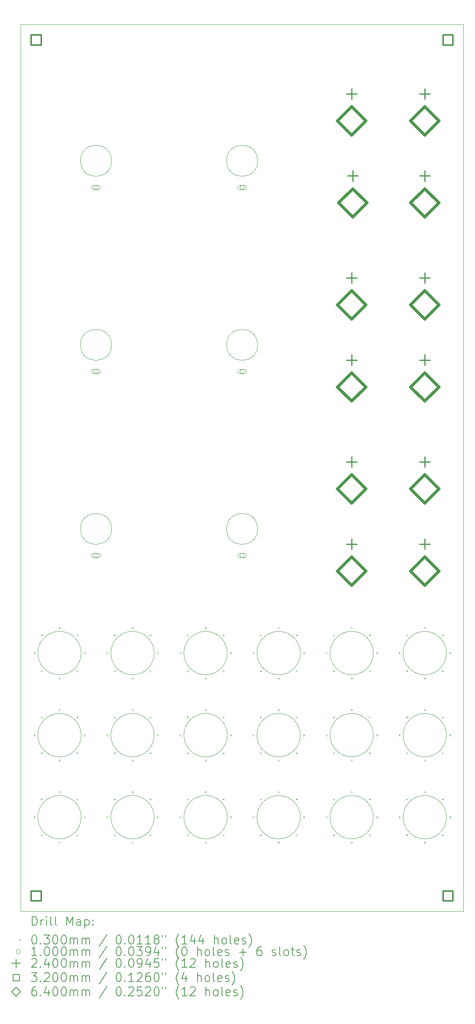
<source format=gbr>
%TF.GenerationSoftware,KiCad,Pcbnew,9.0.7*%
%TF.CreationDate,2026-02-21T19:30:31+01:00*%
%TF.ProjectId,DMH_VCLFO_PANEL,444d485f-5643-44c4-964f-5f50414e454c,rev?*%
%TF.SameCoordinates,Original*%
%TF.FileFunction,Drillmap*%
%TF.FilePolarity,Positive*%
%FSLAX45Y45*%
G04 Gerber Fmt 4.5, Leading zero omitted, Abs format (unit mm)*
G04 Created by KiCad (PCBNEW 9.0.7) date 2026-02-21 19:30:31*
%MOMM*%
%LPD*%
G01*
G04 APERTURE LIST*
%ADD10C,0.050000*%
%ADD11C,0.200000*%
%ADD12C,0.100000*%
%ADD13C,0.240000*%
%ADD14C,0.320000*%
%ADD15C,0.640000*%
G04 APERTURE END LIST*
D10*
X5000000Y-3000000D02*
X15000000Y-3000000D01*
X15000000Y-23000000D01*
X5000000Y-23000000D01*
X5000000Y-3000000D01*
X6365000Y-20875000D02*
G75*
G02*
X5385000Y-20875000I-490000J0D01*
G01*
X5385000Y-20875000D02*
G75*
G02*
X6365000Y-20875000I490000J0D01*
G01*
X14615000Y-17175000D02*
G75*
G02*
X13635000Y-17175000I-490000J0D01*
G01*
X13635000Y-17175000D02*
G75*
G02*
X14615000Y-17175000I490000J0D01*
G01*
X8015000Y-17175000D02*
G75*
G02*
X7035000Y-17175000I-490000J0D01*
G01*
X7035000Y-17175000D02*
G75*
G02*
X8015000Y-17175000I490000J0D01*
G01*
X12965000Y-20875000D02*
G75*
G02*
X11985000Y-20875000I-490000J0D01*
G01*
X11985000Y-20875000D02*
G75*
G02*
X12965000Y-20875000I490000J0D01*
G01*
X14615000Y-20875000D02*
G75*
G02*
X13635000Y-20875000I-490000J0D01*
G01*
X13635000Y-20875000D02*
G75*
G02*
X14615000Y-20875000I490000J0D01*
G01*
X7050000Y-6075000D02*
G75*
G02*
X6350000Y-6075000I-350000J0D01*
G01*
X6350000Y-6075000D02*
G75*
G02*
X7050000Y-6075000I350000J0D01*
G01*
X12965000Y-17175000D02*
G75*
G02*
X11985000Y-17175000I-490000J0D01*
G01*
X11985000Y-17175000D02*
G75*
G02*
X12965000Y-17175000I490000J0D01*
G01*
X10350000Y-10225000D02*
G75*
G02*
X9650000Y-10225000I-350000J0D01*
G01*
X9650000Y-10225000D02*
G75*
G02*
X10350000Y-10225000I350000J0D01*
G01*
X11315000Y-19025000D02*
G75*
G02*
X10335000Y-19025000I-490000J0D01*
G01*
X10335000Y-19025000D02*
G75*
G02*
X11315000Y-19025000I490000J0D01*
G01*
X11315000Y-17175000D02*
G75*
G02*
X10335000Y-17175000I-490000J0D01*
G01*
X10335000Y-17175000D02*
G75*
G02*
X11315000Y-17175000I490000J0D01*
G01*
X10350000Y-14375000D02*
G75*
G02*
X9650000Y-14375000I-350000J0D01*
G01*
X9650000Y-14375000D02*
G75*
G02*
X10350000Y-14375000I350000J0D01*
G01*
X7050000Y-14375000D02*
G75*
G02*
X6350000Y-14375000I-350000J0D01*
G01*
X6350000Y-14375000D02*
G75*
G02*
X7050000Y-14375000I350000J0D01*
G01*
X6365000Y-19025000D02*
G75*
G02*
X5385000Y-19025000I-490000J0D01*
G01*
X5385000Y-19025000D02*
G75*
G02*
X6365000Y-19025000I490000J0D01*
G01*
X14615000Y-19025000D02*
G75*
G02*
X13635000Y-19025000I-490000J0D01*
G01*
X13635000Y-19025000D02*
G75*
G02*
X14615000Y-19025000I490000J0D01*
G01*
X9665000Y-19025000D02*
G75*
G02*
X8685000Y-19025000I-490000J0D01*
G01*
X8685000Y-19025000D02*
G75*
G02*
X9665000Y-19025000I490000J0D01*
G01*
X9665000Y-17175000D02*
G75*
G02*
X8685000Y-17175000I-490000J0D01*
G01*
X8685000Y-17175000D02*
G75*
G02*
X9665000Y-17175000I490000J0D01*
G01*
X8015000Y-20875000D02*
G75*
G02*
X7035000Y-20875000I-490000J0D01*
G01*
X7035000Y-20875000D02*
G75*
G02*
X8015000Y-20875000I490000J0D01*
G01*
X12965000Y-19025000D02*
G75*
G02*
X11985000Y-19025000I-490000J0D01*
G01*
X11985000Y-19025000D02*
G75*
G02*
X12965000Y-19025000I490000J0D01*
G01*
X6365000Y-17175000D02*
G75*
G02*
X5385000Y-17175000I-490000J0D01*
G01*
X5385000Y-17175000D02*
G75*
G02*
X6365000Y-17175000I490000J0D01*
G01*
X11315000Y-20875000D02*
G75*
G02*
X10335000Y-20875000I-490000J0D01*
G01*
X10335000Y-20875000D02*
G75*
G02*
X11315000Y-20875000I490000J0D01*
G01*
X8015000Y-19025000D02*
G75*
G02*
X7035000Y-19025000I-490000J0D01*
G01*
X7035000Y-19025000D02*
G75*
G02*
X8015000Y-19025000I490000J0D01*
G01*
X10350000Y-6075000D02*
G75*
G02*
X9650000Y-6075000I-350000J0D01*
G01*
X9650000Y-6075000D02*
G75*
G02*
X10350000Y-6075000I350000J0D01*
G01*
X9665000Y-20875000D02*
G75*
G02*
X8685000Y-20875000I-490000J0D01*
G01*
X8685000Y-20875000D02*
G75*
G02*
X9665000Y-20875000I490000J0D01*
G01*
X7050000Y-10225000D02*
G75*
G02*
X6350000Y-10225000I-350000J0D01*
G01*
X6350000Y-10225000D02*
G75*
G02*
X7050000Y-10225000I350000J0D01*
G01*
D11*
D12*
X5290000Y-17160000D02*
X5320000Y-17190000D01*
X5320000Y-17160000D02*
X5290000Y-17190000D01*
X5290000Y-19010000D02*
X5320000Y-19040000D01*
X5320000Y-19010000D02*
X5290000Y-19040000D01*
X5290000Y-20860000D02*
X5320000Y-20890000D01*
X5320000Y-20860000D02*
X5290000Y-20890000D01*
X5456000Y-16757000D02*
X5486000Y-16787000D01*
X5486000Y-16757000D02*
X5456000Y-16787000D01*
X5456000Y-18607000D02*
X5486000Y-18637000D01*
X5486000Y-18607000D02*
X5456000Y-18637000D01*
X5456000Y-20457000D02*
X5486000Y-20487000D01*
X5486000Y-20457000D02*
X5456000Y-20487000D01*
X5457000Y-17564000D02*
X5487000Y-17594000D01*
X5487000Y-17564000D02*
X5457000Y-17594000D01*
X5457000Y-19414000D02*
X5487000Y-19444000D01*
X5487000Y-19414000D02*
X5457000Y-19444000D01*
X5457000Y-21264000D02*
X5487000Y-21294000D01*
X5487000Y-21264000D02*
X5457000Y-21294000D01*
X5860000Y-16590000D02*
X5890000Y-16620000D01*
X5890000Y-16590000D02*
X5860000Y-16620000D01*
X5860000Y-17730000D02*
X5890000Y-17760000D01*
X5890000Y-17730000D02*
X5860000Y-17760000D01*
X5860000Y-18440000D02*
X5890000Y-18470000D01*
X5890000Y-18440000D02*
X5860000Y-18470000D01*
X5860000Y-19580000D02*
X5890000Y-19610000D01*
X5890000Y-19580000D02*
X5860000Y-19610000D01*
X5860000Y-20290000D02*
X5890000Y-20320000D01*
X5890000Y-20290000D02*
X5860000Y-20320000D01*
X5860000Y-21430000D02*
X5890000Y-21460000D01*
X5890000Y-21430000D02*
X5860000Y-21460000D01*
X6263000Y-17564000D02*
X6293000Y-17594000D01*
X6293000Y-17564000D02*
X6263000Y-17594000D01*
X6263000Y-19414000D02*
X6293000Y-19444000D01*
X6293000Y-19414000D02*
X6263000Y-19444000D01*
X6263000Y-21264000D02*
X6293000Y-21294000D01*
X6293000Y-21264000D02*
X6263000Y-21294000D01*
X6264000Y-16757000D02*
X6294000Y-16787000D01*
X6294000Y-16757000D02*
X6264000Y-16787000D01*
X6264000Y-18607000D02*
X6294000Y-18637000D01*
X6294000Y-18607000D02*
X6264000Y-18637000D01*
X6264000Y-20457000D02*
X6294000Y-20487000D01*
X6294000Y-20457000D02*
X6264000Y-20487000D01*
X6430000Y-17160000D02*
X6460000Y-17190000D01*
X6460000Y-17160000D02*
X6430000Y-17190000D01*
X6430000Y-19010000D02*
X6460000Y-19040000D01*
X6460000Y-19010000D02*
X6430000Y-19040000D01*
X6430000Y-20860000D02*
X6460000Y-20890000D01*
X6460000Y-20860000D02*
X6430000Y-20890000D01*
X6940000Y-17160000D02*
X6970000Y-17190000D01*
X6970000Y-17160000D02*
X6940000Y-17190000D01*
X6940000Y-19010000D02*
X6970000Y-19040000D01*
X6970000Y-19010000D02*
X6940000Y-19040000D01*
X6940000Y-20860000D02*
X6970000Y-20890000D01*
X6970000Y-20860000D02*
X6940000Y-20890000D01*
X7106000Y-16757000D02*
X7136000Y-16787000D01*
X7136000Y-16757000D02*
X7106000Y-16787000D01*
X7106000Y-18607000D02*
X7136000Y-18637000D01*
X7136000Y-18607000D02*
X7106000Y-18637000D01*
X7106000Y-20457000D02*
X7136000Y-20487000D01*
X7136000Y-20457000D02*
X7106000Y-20487000D01*
X7107000Y-17564000D02*
X7137000Y-17594000D01*
X7137000Y-17564000D02*
X7107000Y-17594000D01*
X7107000Y-19414000D02*
X7137000Y-19444000D01*
X7137000Y-19414000D02*
X7107000Y-19444000D01*
X7107000Y-21264000D02*
X7137000Y-21294000D01*
X7137000Y-21264000D02*
X7107000Y-21294000D01*
X7510000Y-16590000D02*
X7540000Y-16620000D01*
X7540000Y-16590000D02*
X7510000Y-16620000D01*
X7510000Y-17730000D02*
X7540000Y-17760000D01*
X7540000Y-17730000D02*
X7510000Y-17760000D01*
X7510000Y-18440000D02*
X7540000Y-18470000D01*
X7540000Y-18440000D02*
X7510000Y-18470000D01*
X7510000Y-19580000D02*
X7540000Y-19610000D01*
X7540000Y-19580000D02*
X7510000Y-19610000D01*
X7510000Y-20290000D02*
X7540000Y-20320000D01*
X7540000Y-20290000D02*
X7510000Y-20320000D01*
X7510000Y-21430000D02*
X7540000Y-21460000D01*
X7540000Y-21430000D02*
X7510000Y-21460000D01*
X7913000Y-17564000D02*
X7943000Y-17594000D01*
X7943000Y-17564000D02*
X7913000Y-17594000D01*
X7913000Y-19414000D02*
X7943000Y-19444000D01*
X7943000Y-19414000D02*
X7913000Y-19444000D01*
X7913000Y-21264000D02*
X7943000Y-21294000D01*
X7943000Y-21264000D02*
X7913000Y-21294000D01*
X7914000Y-16757000D02*
X7944000Y-16787000D01*
X7944000Y-16757000D02*
X7914000Y-16787000D01*
X7914000Y-18607000D02*
X7944000Y-18637000D01*
X7944000Y-18607000D02*
X7914000Y-18637000D01*
X7914000Y-20457000D02*
X7944000Y-20487000D01*
X7944000Y-20457000D02*
X7914000Y-20487000D01*
X8080000Y-17160000D02*
X8110000Y-17190000D01*
X8110000Y-17160000D02*
X8080000Y-17190000D01*
X8080000Y-19010000D02*
X8110000Y-19040000D01*
X8110000Y-19010000D02*
X8080000Y-19040000D01*
X8080000Y-20860000D02*
X8110000Y-20890000D01*
X8110000Y-20860000D02*
X8080000Y-20890000D01*
X8590000Y-17160000D02*
X8620000Y-17190000D01*
X8620000Y-17160000D02*
X8590000Y-17190000D01*
X8590000Y-19010000D02*
X8620000Y-19040000D01*
X8620000Y-19010000D02*
X8590000Y-19040000D01*
X8590000Y-20860000D02*
X8620000Y-20890000D01*
X8620000Y-20860000D02*
X8590000Y-20890000D01*
X8756000Y-16757000D02*
X8786000Y-16787000D01*
X8786000Y-16757000D02*
X8756000Y-16787000D01*
X8756000Y-18607000D02*
X8786000Y-18637000D01*
X8786000Y-18607000D02*
X8756000Y-18637000D01*
X8756000Y-20457000D02*
X8786000Y-20487000D01*
X8786000Y-20457000D02*
X8756000Y-20487000D01*
X8757000Y-17564000D02*
X8787000Y-17594000D01*
X8787000Y-17564000D02*
X8757000Y-17594000D01*
X8757000Y-19414000D02*
X8787000Y-19444000D01*
X8787000Y-19414000D02*
X8757000Y-19444000D01*
X8757000Y-21264000D02*
X8787000Y-21294000D01*
X8787000Y-21264000D02*
X8757000Y-21294000D01*
X9160000Y-16590000D02*
X9190000Y-16620000D01*
X9190000Y-16590000D02*
X9160000Y-16620000D01*
X9160000Y-17730000D02*
X9190000Y-17760000D01*
X9190000Y-17730000D02*
X9160000Y-17760000D01*
X9160000Y-18440000D02*
X9190000Y-18470000D01*
X9190000Y-18440000D02*
X9160000Y-18470000D01*
X9160000Y-19580000D02*
X9190000Y-19610000D01*
X9190000Y-19580000D02*
X9160000Y-19610000D01*
X9160000Y-20290000D02*
X9190000Y-20320000D01*
X9190000Y-20290000D02*
X9160000Y-20320000D01*
X9160000Y-21430000D02*
X9190000Y-21460000D01*
X9190000Y-21430000D02*
X9160000Y-21460000D01*
X9563000Y-17564000D02*
X9593000Y-17594000D01*
X9593000Y-17564000D02*
X9563000Y-17594000D01*
X9563000Y-19414000D02*
X9593000Y-19444000D01*
X9593000Y-19414000D02*
X9563000Y-19444000D01*
X9563000Y-21264000D02*
X9593000Y-21294000D01*
X9593000Y-21264000D02*
X9563000Y-21294000D01*
X9564000Y-16757000D02*
X9594000Y-16787000D01*
X9594000Y-16757000D02*
X9564000Y-16787000D01*
X9564000Y-18607000D02*
X9594000Y-18637000D01*
X9594000Y-18607000D02*
X9564000Y-18637000D01*
X9564000Y-20457000D02*
X9594000Y-20487000D01*
X9594000Y-20457000D02*
X9564000Y-20487000D01*
X9730000Y-17160000D02*
X9760000Y-17190000D01*
X9760000Y-17160000D02*
X9730000Y-17190000D01*
X9730000Y-19010000D02*
X9760000Y-19040000D01*
X9760000Y-19010000D02*
X9730000Y-19040000D01*
X9730000Y-20860000D02*
X9760000Y-20890000D01*
X9760000Y-20860000D02*
X9730000Y-20890000D01*
X10240000Y-17160000D02*
X10270000Y-17190000D01*
X10270000Y-17160000D02*
X10240000Y-17190000D01*
X10240000Y-19010000D02*
X10270000Y-19040000D01*
X10270000Y-19010000D02*
X10240000Y-19040000D01*
X10240000Y-20860000D02*
X10270000Y-20890000D01*
X10270000Y-20860000D02*
X10240000Y-20890000D01*
X10406000Y-16757000D02*
X10436000Y-16787000D01*
X10436000Y-16757000D02*
X10406000Y-16787000D01*
X10406000Y-18607000D02*
X10436000Y-18637000D01*
X10436000Y-18607000D02*
X10406000Y-18637000D01*
X10406000Y-20457000D02*
X10436000Y-20487000D01*
X10436000Y-20457000D02*
X10406000Y-20487000D01*
X10407000Y-17564000D02*
X10437000Y-17594000D01*
X10437000Y-17564000D02*
X10407000Y-17594000D01*
X10407000Y-19414000D02*
X10437000Y-19444000D01*
X10437000Y-19414000D02*
X10407000Y-19444000D01*
X10407000Y-21264000D02*
X10437000Y-21294000D01*
X10437000Y-21264000D02*
X10407000Y-21294000D01*
X10810000Y-16590000D02*
X10840000Y-16620000D01*
X10840000Y-16590000D02*
X10810000Y-16620000D01*
X10810000Y-17730000D02*
X10840000Y-17760000D01*
X10840000Y-17730000D02*
X10810000Y-17760000D01*
X10810000Y-18440000D02*
X10840000Y-18470000D01*
X10840000Y-18440000D02*
X10810000Y-18470000D01*
X10810000Y-19580000D02*
X10840000Y-19610000D01*
X10840000Y-19580000D02*
X10810000Y-19610000D01*
X10810000Y-20290000D02*
X10840000Y-20320000D01*
X10840000Y-20290000D02*
X10810000Y-20320000D01*
X10810000Y-21430000D02*
X10840000Y-21460000D01*
X10840000Y-21430000D02*
X10810000Y-21460000D01*
X11213000Y-17564000D02*
X11243000Y-17594000D01*
X11243000Y-17564000D02*
X11213000Y-17594000D01*
X11213000Y-19414000D02*
X11243000Y-19444000D01*
X11243000Y-19414000D02*
X11213000Y-19444000D01*
X11213000Y-21264000D02*
X11243000Y-21294000D01*
X11243000Y-21264000D02*
X11213000Y-21294000D01*
X11214000Y-16757000D02*
X11244000Y-16787000D01*
X11244000Y-16757000D02*
X11214000Y-16787000D01*
X11214000Y-18607000D02*
X11244000Y-18637000D01*
X11244000Y-18607000D02*
X11214000Y-18637000D01*
X11214000Y-20457000D02*
X11244000Y-20487000D01*
X11244000Y-20457000D02*
X11214000Y-20487000D01*
X11380000Y-17160000D02*
X11410000Y-17190000D01*
X11410000Y-17160000D02*
X11380000Y-17190000D01*
X11380000Y-19010000D02*
X11410000Y-19040000D01*
X11410000Y-19010000D02*
X11380000Y-19040000D01*
X11380000Y-20860000D02*
X11410000Y-20890000D01*
X11410000Y-20860000D02*
X11380000Y-20890000D01*
X11890000Y-17160000D02*
X11920000Y-17190000D01*
X11920000Y-17160000D02*
X11890000Y-17190000D01*
X11890000Y-19010000D02*
X11920000Y-19040000D01*
X11920000Y-19010000D02*
X11890000Y-19040000D01*
X11890000Y-20860000D02*
X11920000Y-20890000D01*
X11920000Y-20860000D02*
X11890000Y-20890000D01*
X12056000Y-16757000D02*
X12086000Y-16787000D01*
X12086000Y-16757000D02*
X12056000Y-16787000D01*
X12056000Y-18607000D02*
X12086000Y-18637000D01*
X12086000Y-18607000D02*
X12056000Y-18637000D01*
X12056000Y-20457000D02*
X12086000Y-20487000D01*
X12086000Y-20457000D02*
X12056000Y-20487000D01*
X12057000Y-17564000D02*
X12087000Y-17594000D01*
X12087000Y-17564000D02*
X12057000Y-17594000D01*
X12057000Y-19414000D02*
X12087000Y-19444000D01*
X12087000Y-19414000D02*
X12057000Y-19444000D01*
X12057000Y-21264000D02*
X12087000Y-21294000D01*
X12087000Y-21264000D02*
X12057000Y-21294000D01*
X12460000Y-16590000D02*
X12490000Y-16620000D01*
X12490000Y-16590000D02*
X12460000Y-16620000D01*
X12460000Y-17730000D02*
X12490000Y-17760000D01*
X12490000Y-17730000D02*
X12460000Y-17760000D01*
X12460000Y-18440000D02*
X12490000Y-18470000D01*
X12490000Y-18440000D02*
X12460000Y-18470000D01*
X12460000Y-19580000D02*
X12490000Y-19610000D01*
X12490000Y-19580000D02*
X12460000Y-19610000D01*
X12460000Y-20290000D02*
X12490000Y-20320000D01*
X12490000Y-20290000D02*
X12460000Y-20320000D01*
X12460000Y-21430000D02*
X12490000Y-21460000D01*
X12490000Y-21430000D02*
X12460000Y-21460000D01*
X12863000Y-17564000D02*
X12893000Y-17594000D01*
X12893000Y-17564000D02*
X12863000Y-17594000D01*
X12863000Y-19414000D02*
X12893000Y-19444000D01*
X12893000Y-19414000D02*
X12863000Y-19444000D01*
X12863000Y-21264000D02*
X12893000Y-21294000D01*
X12893000Y-21264000D02*
X12863000Y-21294000D01*
X12864000Y-16757000D02*
X12894000Y-16787000D01*
X12894000Y-16757000D02*
X12864000Y-16787000D01*
X12864000Y-18607000D02*
X12894000Y-18637000D01*
X12894000Y-18607000D02*
X12864000Y-18637000D01*
X12864000Y-20457000D02*
X12894000Y-20487000D01*
X12894000Y-20457000D02*
X12864000Y-20487000D01*
X13030000Y-17160000D02*
X13060000Y-17190000D01*
X13060000Y-17160000D02*
X13030000Y-17190000D01*
X13030000Y-19010000D02*
X13060000Y-19040000D01*
X13060000Y-19010000D02*
X13030000Y-19040000D01*
X13030000Y-20860000D02*
X13060000Y-20890000D01*
X13060000Y-20860000D02*
X13030000Y-20890000D01*
X13540000Y-17160000D02*
X13570000Y-17190000D01*
X13570000Y-17160000D02*
X13540000Y-17190000D01*
X13540000Y-19010000D02*
X13570000Y-19040000D01*
X13570000Y-19010000D02*
X13540000Y-19040000D01*
X13540000Y-20860000D02*
X13570000Y-20890000D01*
X13570000Y-20860000D02*
X13540000Y-20890000D01*
X13706000Y-16757000D02*
X13736000Y-16787000D01*
X13736000Y-16757000D02*
X13706000Y-16787000D01*
X13706000Y-18607000D02*
X13736000Y-18637000D01*
X13736000Y-18607000D02*
X13706000Y-18637000D01*
X13706000Y-20457000D02*
X13736000Y-20487000D01*
X13736000Y-20457000D02*
X13706000Y-20487000D01*
X13707000Y-17564000D02*
X13737000Y-17594000D01*
X13737000Y-17564000D02*
X13707000Y-17594000D01*
X13707000Y-19414000D02*
X13737000Y-19444000D01*
X13737000Y-19414000D02*
X13707000Y-19444000D01*
X13707000Y-21264000D02*
X13737000Y-21294000D01*
X13737000Y-21264000D02*
X13707000Y-21294000D01*
X14110000Y-16590000D02*
X14140000Y-16620000D01*
X14140000Y-16590000D02*
X14110000Y-16620000D01*
X14110000Y-17730000D02*
X14140000Y-17760000D01*
X14140000Y-17730000D02*
X14110000Y-17760000D01*
X14110000Y-18440000D02*
X14140000Y-18470000D01*
X14140000Y-18440000D02*
X14110000Y-18470000D01*
X14110000Y-19580000D02*
X14140000Y-19610000D01*
X14140000Y-19580000D02*
X14110000Y-19610000D01*
X14110000Y-20290000D02*
X14140000Y-20320000D01*
X14140000Y-20290000D02*
X14110000Y-20320000D01*
X14110000Y-21430000D02*
X14140000Y-21460000D01*
X14140000Y-21430000D02*
X14110000Y-21460000D01*
X14513000Y-17564000D02*
X14543000Y-17594000D01*
X14543000Y-17564000D02*
X14513000Y-17594000D01*
X14513000Y-19414000D02*
X14543000Y-19444000D01*
X14543000Y-19414000D02*
X14513000Y-19444000D01*
X14513000Y-21264000D02*
X14543000Y-21294000D01*
X14543000Y-21264000D02*
X14513000Y-21294000D01*
X14514000Y-16757000D02*
X14544000Y-16787000D01*
X14544000Y-16757000D02*
X14514000Y-16787000D01*
X14514000Y-18607000D02*
X14544000Y-18637000D01*
X14544000Y-18607000D02*
X14514000Y-18637000D01*
X14514000Y-20457000D02*
X14544000Y-20487000D01*
X14544000Y-20457000D02*
X14514000Y-20487000D01*
X14680000Y-17160000D02*
X14710000Y-17190000D01*
X14710000Y-17160000D02*
X14680000Y-17190000D01*
X14680000Y-19010000D02*
X14710000Y-19040000D01*
X14710000Y-19010000D02*
X14680000Y-19040000D01*
X14680000Y-20860000D02*
X14710000Y-20890000D01*
X14710000Y-20860000D02*
X14680000Y-20890000D01*
X6750000Y-6675000D02*
G75*
G02*
X6650000Y-6675000I-50000J0D01*
G01*
X6650000Y-6675000D02*
G75*
G02*
X6750000Y-6675000I50000J0D01*
G01*
X6650000Y-6725000D02*
X6750000Y-6725000D01*
X6750000Y-6625000D02*
G75*
G02*
X6750000Y-6725000I0J-50000D01*
G01*
X6750000Y-6625000D02*
X6650000Y-6625000D01*
X6650000Y-6625000D02*
G75*
G03*
X6650000Y-6725000I0J-50000D01*
G01*
X6750000Y-10825000D02*
G75*
G02*
X6650000Y-10825000I-50000J0D01*
G01*
X6650000Y-10825000D02*
G75*
G02*
X6750000Y-10825000I50000J0D01*
G01*
X6650000Y-10875000D02*
X6750000Y-10875000D01*
X6750000Y-10775000D02*
G75*
G02*
X6750000Y-10875000I0J-50000D01*
G01*
X6750000Y-10775000D02*
X6650000Y-10775000D01*
X6650000Y-10775000D02*
G75*
G03*
X6650000Y-10875000I0J-50000D01*
G01*
X6750000Y-14975000D02*
G75*
G02*
X6650000Y-14975000I-50000J0D01*
G01*
X6650000Y-14975000D02*
G75*
G02*
X6750000Y-14975000I50000J0D01*
G01*
X6650000Y-15025000D02*
X6750000Y-15025000D01*
X6750000Y-14925000D02*
G75*
G02*
X6750000Y-15025000I0J-50000D01*
G01*
X6750000Y-14925000D02*
X6650000Y-14925000D01*
X6650000Y-14925000D02*
G75*
G03*
X6650000Y-15025000I0J-50000D01*
G01*
X10050000Y-6675000D02*
G75*
G02*
X9950000Y-6675000I-50000J0D01*
G01*
X9950000Y-6675000D02*
G75*
G02*
X10050000Y-6675000I50000J0D01*
G01*
X9950000Y-6725000D02*
X10050000Y-6725000D01*
X10050000Y-6625000D02*
G75*
G02*
X10050000Y-6725000I0J-50000D01*
G01*
X10050000Y-6625000D02*
X9950000Y-6625000D01*
X9950000Y-6625000D02*
G75*
G03*
X9950000Y-6725000I0J-50000D01*
G01*
X10050000Y-10825000D02*
G75*
G02*
X9950000Y-10825000I-50000J0D01*
G01*
X9950000Y-10825000D02*
G75*
G02*
X10050000Y-10825000I50000J0D01*
G01*
X9950000Y-10875000D02*
X10050000Y-10875000D01*
X10050000Y-10775000D02*
G75*
G02*
X10050000Y-10875000I0J-50000D01*
G01*
X10050000Y-10775000D02*
X9950000Y-10775000D01*
X9950000Y-10775000D02*
G75*
G03*
X9950000Y-10875000I0J-50000D01*
G01*
X10050000Y-14975000D02*
G75*
G02*
X9950000Y-14975000I-50000J0D01*
G01*
X9950000Y-14975000D02*
G75*
G02*
X10050000Y-14975000I50000J0D01*
G01*
X9950000Y-15025000D02*
X10050000Y-15025000D01*
X10050000Y-14925000D02*
G75*
G02*
X10050000Y-15025000I0J-50000D01*
G01*
X10050000Y-14925000D02*
X9950000Y-14925000D01*
X9950000Y-14925000D02*
G75*
G03*
X9950000Y-15025000I0J-50000D01*
G01*
D13*
X12475000Y-4445000D02*
X12475000Y-4685000D01*
X12355000Y-4565000D02*
X12595000Y-4565000D01*
X12475000Y-8595000D02*
X12475000Y-8835000D01*
X12355000Y-8715000D02*
X12595000Y-8715000D01*
X12475000Y-10445000D02*
X12475000Y-10685000D01*
X12355000Y-10565000D02*
X12595000Y-10565000D01*
X12475000Y-12745000D02*
X12475000Y-12985000D01*
X12355000Y-12865000D02*
X12595000Y-12865000D01*
X12475000Y-14595000D02*
X12475000Y-14835000D01*
X12355000Y-14715000D02*
X12595000Y-14715000D01*
X12500000Y-6295000D02*
X12500000Y-6535000D01*
X12380000Y-6415000D02*
X12620000Y-6415000D01*
X14125000Y-4445000D02*
X14125000Y-4685000D01*
X14005000Y-4565000D02*
X14245000Y-4565000D01*
X14125000Y-6295000D02*
X14125000Y-6535000D01*
X14005000Y-6415000D02*
X14245000Y-6415000D01*
X14125000Y-8595000D02*
X14125000Y-8835000D01*
X14005000Y-8715000D02*
X14245000Y-8715000D01*
X14125000Y-10445000D02*
X14125000Y-10685000D01*
X14005000Y-10565000D02*
X14245000Y-10565000D01*
X14125000Y-12745000D02*
X14125000Y-12985000D01*
X14005000Y-12865000D02*
X14245000Y-12865000D01*
X14125000Y-14595000D02*
X14125000Y-14835000D01*
X14005000Y-14715000D02*
X14245000Y-14715000D01*
D14*
X5463138Y-3463138D02*
X5463138Y-3236862D01*
X5236862Y-3236862D01*
X5236862Y-3463138D01*
X5463138Y-3463138D01*
X5463138Y-22763138D02*
X5463138Y-22536862D01*
X5236862Y-22536862D01*
X5236862Y-22763138D01*
X5463138Y-22763138D01*
X14763138Y-3463138D02*
X14763138Y-3236862D01*
X14536862Y-3236862D01*
X14536862Y-3463138D01*
X14763138Y-3463138D01*
X14763138Y-22763138D02*
X14763138Y-22536862D01*
X14536862Y-22536862D01*
X14536862Y-22763138D01*
X14763138Y-22763138D01*
D15*
X12475000Y-5495000D02*
X12795000Y-5175000D01*
X12475000Y-4855000D01*
X12155000Y-5175000D01*
X12475000Y-5495000D01*
X12475000Y-9645000D02*
X12795000Y-9325000D01*
X12475000Y-9005000D01*
X12155000Y-9325000D01*
X12475000Y-9645000D01*
X12475000Y-11495000D02*
X12795000Y-11175000D01*
X12475000Y-10855000D01*
X12155000Y-11175000D01*
X12475000Y-11495000D01*
X12475000Y-13795000D02*
X12795000Y-13475000D01*
X12475000Y-13155000D01*
X12155000Y-13475000D01*
X12475000Y-13795000D01*
X12475000Y-15645000D02*
X12795000Y-15325000D01*
X12475000Y-15005000D01*
X12155000Y-15325000D01*
X12475000Y-15645000D01*
X12500000Y-7345000D02*
X12820000Y-7025000D01*
X12500000Y-6705000D01*
X12180000Y-7025000D01*
X12500000Y-7345000D01*
X14125000Y-5495000D02*
X14445000Y-5175000D01*
X14125000Y-4855000D01*
X13805000Y-5175000D01*
X14125000Y-5495000D01*
X14125000Y-7345000D02*
X14445000Y-7025000D01*
X14125000Y-6705000D01*
X13805000Y-7025000D01*
X14125000Y-7345000D01*
X14125000Y-9645000D02*
X14445000Y-9325000D01*
X14125000Y-9005000D01*
X13805000Y-9325000D01*
X14125000Y-9645000D01*
X14125000Y-11495000D02*
X14445000Y-11175000D01*
X14125000Y-10855000D01*
X13805000Y-11175000D01*
X14125000Y-11495000D01*
X14125000Y-13795000D02*
X14445000Y-13475000D01*
X14125000Y-13155000D01*
X13805000Y-13475000D01*
X14125000Y-13795000D01*
X14125000Y-15645000D02*
X14445000Y-15325000D01*
X14125000Y-15005000D01*
X13805000Y-15325000D01*
X14125000Y-15645000D01*
D11*
X5258277Y-23313984D02*
X5258277Y-23113984D01*
X5258277Y-23113984D02*
X5305896Y-23113984D01*
X5305896Y-23113984D02*
X5334467Y-23123508D01*
X5334467Y-23123508D02*
X5353515Y-23142555D01*
X5353515Y-23142555D02*
X5363039Y-23161603D01*
X5363039Y-23161603D02*
X5372563Y-23199698D01*
X5372563Y-23199698D02*
X5372563Y-23228269D01*
X5372563Y-23228269D02*
X5363039Y-23266365D01*
X5363039Y-23266365D02*
X5353515Y-23285412D01*
X5353515Y-23285412D02*
X5334467Y-23304460D01*
X5334467Y-23304460D02*
X5305896Y-23313984D01*
X5305896Y-23313984D02*
X5258277Y-23313984D01*
X5458277Y-23313984D02*
X5458277Y-23180650D01*
X5458277Y-23218746D02*
X5467801Y-23199698D01*
X5467801Y-23199698D02*
X5477324Y-23190174D01*
X5477324Y-23190174D02*
X5496372Y-23180650D01*
X5496372Y-23180650D02*
X5515420Y-23180650D01*
X5582086Y-23313984D02*
X5582086Y-23180650D01*
X5582086Y-23113984D02*
X5572563Y-23123508D01*
X5572563Y-23123508D02*
X5582086Y-23133031D01*
X5582086Y-23133031D02*
X5591610Y-23123508D01*
X5591610Y-23123508D02*
X5582086Y-23113984D01*
X5582086Y-23113984D02*
X5582086Y-23133031D01*
X5705896Y-23313984D02*
X5686848Y-23304460D01*
X5686848Y-23304460D02*
X5677324Y-23285412D01*
X5677324Y-23285412D02*
X5677324Y-23113984D01*
X5810658Y-23313984D02*
X5791610Y-23304460D01*
X5791610Y-23304460D02*
X5782086Y-23285412D01*
X5782086Y-23285412D02*
X5782086Y-23113984D01*
X6039229Y-23313984D02*
X6039229Y-23113984D01*
X6039229Y-23113984D02*
X6105896Y-23256841D01*
X6105896Y-23256841D02*
X6172562Y-23113984D01*
X6172562Y-23113984D02*
X6172562Y-23313984D01*
X6353515Y-23313984D02*
X6353515Y-23209222D01*
X6353515Y-23209222D02*
X6343991Y-23190174D01*
X6343991Y-23190174D02*
X6324943Y-23180650D01*
X6324943Y-23180650D02*
X6286848Y-23180650D01*
X6286848Y-23180650D02*
X6267801Y-23190174D01*
X6353515Y-23304460D02*
X6334467Y-23313984D01*
X6334467Y-23313984D02*
X6286848Y-23313984D01*
X6286848Y-23313984D02*
X6267801Y-23304460D01*
X6267801Y-23304460D02*
X6258277Y-23285412D01*
X6258277Y-23285412D02*
X6258277Y-23266365D01*
X6258277Y-23266365D02*
X6267801Y-23247317D01*
X6267801Y-23247317D02*
X6286848Y-23237793D01*
X6286848Y-23237793D02*
X6334467Y-23237793D01*
X6334467Y-23237793D02*
X6353515Y-23228269D01*
X6448753Y-23180650D02*
X6448753Y-23380650D01*
X6448753Y-23190174D02*
X6467801Y-23180650D01*
X6467801Y-23180650D02*
X6505896Y-23180650D01*
X6505896Y-23180650D02*
X6524943Y-23190174D01*
X6524943Y-23190174D02*
X6534467Y-23199698D01*
X6534467Y-23199698D02*
X6543991Y-23218746D01*
X6543991Y-23218746D02*
X6543991Y-23275888D01*
X6543991Y-23275888D02*
X6534467Y-23294936D01*
X6534467Y-23294936D02*
X6524943Y-23304460D01*
X6524943Y-23304460D02*
X6505896Y-23313984D01*
X6505896Y-23313984D02*
X6467801Y-23313984D01*
X6467801Y-23313984D02*
X6448753Y-23304460D01*
X6629705Y-23294936D02*
X6639229Y-23304460D01*
X6639229Y-23304460D02*
X6629705Y-23313984D01*
X6629705Y-23313984D02*
X6620182Y-23304460D01*
X6620182Y-23304460D02*
X6629705Y-23294936D01*
X6629705Y-23294936D02*
X6629705Y-23313984D01*
X6629705Y-23190174D02*
X6639229Y-23199698D01*
X6639229Y-23199698D02*
X6629705Y-23209222D01*
X6629705Y-23209222D02*
X6620182Y-23199698D01*
X6620182Y-23199698D02*
X6629705Y-23190174D01*
X6629705Y-23190174D02*
X6629705Y-23209222D01*
D12*
X4967500Y-23627500D02*
X4997500Y-23657500D01*
X4997500Y-23627500D02*
X4967500Y-23657500D01*
D11*
X5296372Y-23533984D02*
X5315420Y-23533984D01*
X5315420Y-23533984D02*
X5334467Y-23543508D01*
X5334467Y-23543508D02*
X5343991Y-23553031D01*
X5343991Y-23553031D02*
X5353515Y-23572079D01*
X5353515Y-23572079D02*
X5363039Y-23610174D01*
X5363039Y-23610174D02*
X5363039Y-23657793D01*
X5363039Y-23657793D02*
X5353515Y-23695888D01*
X5353515Y-23695888D02*
X5343991Y-23714936D01*
X5343991Y-23714936D02*
X5334467Y-23724460D01*
X5334467Y-23724460D02*
X5315420Y-23733984D01*
X5315420Y-23733984D02*
X5296372Y-23733984D01*
X5296372Y-23733984D02*
X5277324Y-23724460D01*
X5277324Y-23724460D02*
X5267801Y-23714936D01*
X5267801Y-23714936D02*
X5258277Y-23695888D01*
X5258277Y-23695888D02*
X5248753Y-23657793D01*
X5248753Y-23657793D02*
X5248753Y-23610174D01*
X5248753Y-23610174D02*
X5258277Y-23572079D01*
X5258277Y-23572079D02*
X5267801Y-23553031D01*
X5267801Y-23553031D02*
X5277324Y-23543508D01*
X5277324Y-23543508D02*
X5296372Y-23533984D01*
X5448753Y-23714936D02*
X5458277Y-23724460D01*
X5458277Y-23724460D02*
X5448753Y-23733984D01*
X5448753Y-23733984D02*
X5439229Y-23724460D01*
X5439229Y-23724460D02*
X5448753Y-23714936D01*
X5448753Y-23714936D02*
X5448753Y-23733984D01*
X5524944Y-23533984D02*
X5648753Y-23533984D01*
X5648753Y-23533984D02*
X5582086Y-23610174D01*
X5582086Y-23610174D02*
X5610658Y-23610174D01*
X5610658Y-23610174D02*
X5629705Y-23619698D01*
X5629705Y-23619698D02*
X5639229Y-23629222D01*
X5639229Y-23629222D02*
X5648753Y-23648269D01*
X5648753Y-23648269D02*
X5648753Y-23695888D01*
X5648753Y-23695888D02*
X5639229Y-23714936D01*
X5639229Y-23714936D02*
X5629705Y-23724460D01*
X5629705Y-23724460D02*
X5610658Y-23733984D01*
X5610658Y-23733984D02*
X5553515Y-23733984D01*
X5553515Y-23733984D02*
X5534467Y-23724460D01*
X5534467Y-23724460D02*
X5524944Y-23714936D01*
X5772562Y-23533984D02*
X5791610Y-23533984D01*
X5791610Y-23533984D02*
X5810658Y-23543508D01*
X5810658Y-23543508D02*
X5820182Y-23553031D01*
X5820182Y-23553031D02*
X5829705Y-23572079D01*
X5829705Y-23572079D02*
X5839229Y-23610174D01*
X5839229Y-23610174D02*
X5839229Y-23657793D01*
X5839229Y-23657793D02*
X5829705Y-23695888D01*
X5829705Y-23695888D02*
X5820182Y-23714936D01*
X5820182Y-23714936D02*
X5810658Y-23724460D01*
X5810658Y-23724460D02*
X5791610Y-23733984D01*
X5791610Y-23733984D02*
X5772562Y-23733984D01*
X5772562Y-23733984D02*
X5753515Y-23724460D01*
X5753515Y-23724460D02*
X5743991Y-23714936D01*
X5743991Y-23714936D02*
X5734467Y-23695888D01*
X5734467Y-23695888D02*
X5724943Y-23657793D01*
X5724943Y-23657793D02*
X5724943Y-23610174D01*
X5724943Y-23610174D02*
X5734467Y-23572079D01*
X5734467Y-23572079D02*
X5743991Y-23553031D01*
X5743991Y-23553031D02*
X5753515Y-23543508D01*
X5753515Y-23543508D02*
X5772562Y-23533984D01*
X5963039Y-23533984D02*
X5982086Y-23533984D01*
X5982086Y-23533984D02*
X6001134Y-23543508D01*
X6001134Y-23543508D02*
X6010658Y-23553031D01*
X6010658Y-23553031D02*
X6020182Y-23572079D01*
X6020182Y-23572079D02*
X6029705Y-23610174D01*
X6029705Y-23610174D02*
X6029705Y-23657793D01*
X6029705Y-23657793D02*
X6020182Y-23695888D01*
X6020182Y-23695888D02*
X6010658Y-23714936D01*
X6010658Y-23714936D02*
X6001134Y-23724460D01*
X6001134Y-23724460D02*
X5982086Y-23733984D01*
X5982086Y-23733984D02*
X5963039Y-23733984D01*
X5963039Y-23733984D02*
X5943991Y-23724460D01*
X5943991Y-23724460D02*
X5934467Y-23714936D01*
X5934467Y-23714936D02*
X5924943Y-23695888D01*
X5924943Y-23695888D02*
X5915420Y-23657793D01*
X5915420Y-23657793D02*
X5915420Y-23610174D01*
X5915420Y-23610174D02*
X5924943Y-23572079D01*
X5924943Y-23572079D02*
X5934467Y-23553031D01*
X5934467Y-23553031D02*
X5943991Y-23543508D01*
X5943991Y-23543508D02*
X5963039Y-23533984D01*
X6115420Y-23733984D02*
X6115420Y-23600650D01*
X6115420Y-23619698D02*
X6124943Y-23610174D01*
X6124943Y-23610174D02*
X6143991Y-23600650D01*
X6143991Y-23600650D02*
X6172563Y-23600650D01*
X6172563Y-23600650D02*
X6191610Y-23610174D01*
X6191610Y-23610174D02*
X6201134Y-23629222D01*
X6201134Y-23629222D02*
X6201134Y-23733984D01*
X6201134Y-23629222D02*
X6210658Y-23610174D01*
X6210658Y-23610174D02*
X6229705Y-23600650D01*
X6229705Y-23600650D02*
X6258277Y-23600650D01*
X6258277Y-23600650D02*
X6277324Y-23610174D01*
X6277324Y-23610174D02*
X6286848Y-23629222D01*
X6286848Y-23629222D02*
X6286848Y-23733984D01*
X6382086Y-23733984D02*
X6382086Y-23600650D01*
X6382086Y-23619698D02*
X6391610Y-23610174D01*
X6391610Y-23610174D02*
X6410658Y-23600650D01*
X6410658Y-23600650D02*
X6439229Y-23600650D01*
X6439229Y-23600650D02*
X6458277Y-23610174D01*
X6458277Y-23610174D02*
X6467801Y-23629222D01*
X6467801Y-23629222D02*
X6467801Y-23733984D01*
X6467801Y-23629222D02*
X6477324Y-23610174D01*
X6477324Y-23610174D02*
X6496372Y-23600650D01*
X6496372Y-23600650D02*
X6524943Y-23600650D01*
X6524943Y-23600650D02*
X6543991Y-23610174D01*
X6543991Y-23610174D02*
X6553515Y-23629222D01*
X6553515Y-23629222D02*
X6553515Y-23733984D01*
X6943991Y-23524460D02*
X6772563Y-23781603D01*
X7201134Y-23533984D02*
X7220182Y-23533984D01*
X7220182Y-23533984D02*
X7239229Y-23543508D01*
X7239229Y-23543508D02*
X7248753Y-23553031D01*
X7248753Y-23553031D02*
X7258277Y-23572079D01*
X7258277Y-23572079D02*
X7267801Y-23610174D01*
X7267801Y-23610174D02*
X7267801Y-23657793D01*
X7267801Y-23657793D02*
X7258277Y-23695888D01*
X7258277Y-23695888D02*
X7248753Y-23714936D01*
X7248753Y-23714936D02*
X7239229Y-23724460D01*
X7239229Y-23724460D02*
X7220182Y-23733984D01*
X7220182Y-23733984D02*
X7201134Y-23733984D01*
X7201134Y-23733984D02*
X7182086Y-23724460D01*
X7182086Y-23724460D02*
X7172563Y-23714936D01*
X7172563Y-23714936D02*
X7163039Y-23695888D01*
X7163039Y-23695888D02*
X7153515Y-23657793D01*
X7153515Y-23657793D02*
X7153515Y-23610174D01*
X7153515Y-23610174D02*
X7163039Y-23572079D01*
X7163039Y-23572079D02*
X7172563Y-23553031D01*
X7172563Y-23553031D02*
X7182086Y-23543508D01*
X7182086Y-23543508D02*
X7201134Y-23533984D01*
X7353515Y-23714936D02*
X7363039Y-23724460D01*
X7363039Y-23724460D02*
X7353515Y-23733984D01*
X7353515Y-23733984D02*
X7343991Y-23724460D01*
X7343991Y-23724460D02*
X7353515Y-23714936D01*
X7353515Y-23714936D02*
X7353515Y-23733984D01*
X7486848Y-23533984D02*
X7505896Y-23533984D01*
X7505896Y-23533984D02*
X7524944Y-23543508D01*
X7524944Y-23543508D02*
X7534467Y-23553031D01*
X7534467Y-23553031D02*
X7543991Y-23572079D01*
X7543991Y-23572079D02*
X7553515Y-23610174D01*
X7553515Y-23610174D02*
X7553515Y-23657793D01*
X7553515Y-23657793D02*
X7543991Y-23695888D01*
X7543991Y-23695888D02*
X7534467Y-23714936D01*
X7534467Y-23714936D02*
X7524944Y-23724460D01*
X7524944Y-23724460D02*
X7505896Y-23733984D01*
X7505896Y-23733984D02*
X7486848Y-23733984D01*
X7486848Y-23733984D02*
X7467801Y-23724460D01*
X7467801Y-23724460D02*
X7458277Y-23714936D01*
X7458277Y-23714936D02*
X7448753Y-23695888D01*
X7448753Y-23695888D02*
X7439229Y-23657793D01*
X7439229Y-23657793D02*
X7439229Y-23610174D01*
X7439229Y-23610174D02*
X7448753Y-23572079D01*
X7448753Y-23572079D02*
X7458277Y-23553031D01*
X7458277Y-23553031D02*
X7467801Y-23543508D01*
X7467801Y-23543508D02*
X7486848Y-23533984D01*
X7743991Y-23733984D02*
X7629706Y-23733984D01*
X7686848Y-23733984D02*
X7686848Y-23533984D01*
X7686848Y-23533984D02*
X7667801Y-23562555D01*
X7667801Y-23562555D02*
X7648753Y-23581603D01*
X7648753Y-23581603D02*
X7629706Y-23591127D01*
X7934467Y-23733984D02*
X7820182Y-23733984D01*
X7877325Y-23733984D02*
X7877325Y-23533984D01*
X7877325Y-23533984D02*
X7858277Y-23562555D01*
X7858277Y-23562555D02*
X7839229Y-23581603D01*
X7839229Y-23581603D02*
X7820182Y-23591127D01*
X8048753Y-23619698D02*
X8029706Y-23610174D01*
X8029706Y-23610174D02*
X8020182Y-23600650D01*
X8020182Y-23600650D02*
X8010658Y-23581603D01*
X8010658Y-23581603D02*
X8010658Y-23572079D01*
X8010658Y-23572079D02*
X8020182Y-23553031D01*
X8020182Y-23553031D02*
X8029706Y-23543508D01*
X8029706Y-23543508D02*
X8048753Y-23533984D01*
X8048753Y-23533984D02*
X8086848Y-23533984D01*
X8086848Y-23533984D02*
X8105896Y-23543508D01*
X8105896Y-23543508D02*
X8115420Y-23553031D01*
X8115420Y-23553031D02*
X8124944Y-23572079D01*
X8124944Y-23572079D02*
X8124944Y-23581603D01*
X8124944Y-23581603D02*
X8115420Y-23600650D01*
X8115420Y-23600650D02*
X8105896Y-23610174D01*
X8105896Y-23610174D02*
X8086848Y-23619698D01*
X8086848Y-23619698D02*
X8048753Y-23619698D01*
X8048753Y-23619698D02*
X8029706Y-23629222D01*
X8029706Y-23629222D02*
X8020182Y-23638746D01*
X8020182Y-23638746D02*
X8010658Y-23657793D01*
X8010658Y-23657793D02*
X8010658Y-23695888D01*
X8010658Y-23695888D02*
X8020182Y-23714936D01*
X8020182Y-23714936D02*
X8029706Y-23724460D01*
X8029706Y-23724460D02*
X8048753Y-23733984D01*
X8048753Y-23733984D02*
X8086848Y-23733984D01*
X8086848Y-23733984D02*
X8105896Y-23724460D01*
X8105896Y-23724460D02*
X8115420Y-23714936D01*
X8115420Y-23714936D02*
X8124944Y-23695888D01*
X8124944Y-23695888D02*
X8124944Y-23657793D01*
X8124944Y-23657793D02*
X8115420Y-23638746D01*
X8115420Y-23638746D02*
X8105896Y-23629222D01*
X8105896Y-23629222D02*
X8086848Y-23619698D01*
X8201134Y-23533984D02*
X8201134Y-23572079D01*
X8277325Y-23533984D02*
X8277325Y-23572079D01*
X8572563Y-23810174D02*
X8563039Y-23800650D01*
X8563039Y-23800650D02*
X8543991Y-23772079D01*
X8543991Y-23772079D02*
X8534468Y-23753031D01*
X8534468Y-23753031D02*
X8524944Y-23724460D01*
X8524944Y-23724460D02*
X8515420Y-23676841D01*
X8515420Y-23676841D02*
X8515420Y-23638746D01*
X8515420Y-23638746D02*
X8524944Y-23591127D01*
X8524944Y-23591127D02*
X8534468Y-23562555D01*
X8534468Y-23562555D02*
X8543991Y-23543508D01*
X8543991Y-23543508D02*
X8563039Y-23514936D01*
X8563039Y-23514936D02*
X8572563Y-23505412D01*
X8753515Y-23733984D02*
X8639230Y-23733984D01*
X8696372Y-23733984D02*
X8696372Y-23533984D01*
X8696372Y-23533984D02*
X8677325Y-23562555D01*
X8677325Y-23562555D02*
X8658277Y-23581603D01*
X8658277Y-23581603D02*
X8639230Y-23591127D01*
X8924944Y-23600650D02*
X8924944Y-23733984D01*
X8877325Y-23524460D02*
X8829706Y-23667317D01*
X8829706Y-23667317D02*
X8953515Y-23667317D01*
X9115420Y-23600650D02*
X9115420Y-23733984D01*
X9067801Y-23524460D02*
X9020182Y-23667317D01*
X9020182Y-23667317D02*
X9143991Y-23667317D01*
X9372563Y-23733984D02*
X9372563Y-23533984D01*
X9458277Y-23733984D02*
X9458277Y-23629222D01*
X9458277Y-23629222D02*
X9448753Y-23610174D01*
X9448753Y-23610174D02*
X9429706Y-23600650D01*
X9429706Y-23600650D02*
X9401134Y-23600650D01*
X9401134Y-23600650D02*
X9382087Y-23610174D01*
X9382087Y-23610174D02*
X9372563Y-23619698D01*
X9582087Y-23733984D02*
X9563039Y-23724460D01*
X9563039Y-23724460D02*
X9553515Y-23714936D01*
X9553515Y-23714936D02*
X9543992Y-23695888D01*
X9543992Y-23695888D02*
X9543992Y-23638746D01*
X9543992Y-23638746D02*
X9553515Y-23619698D01*
X9553515Y-23619698D02*
X9563039Y-23610174D01*
X9563039Y-23610174D02*
X9582087Y-23600650D01*
X9582087Y-23600650D02*
X9610658Y-23600650D01*
X9610658Y-23600650D02*
X9629706Y-23610174D01*
X9629706Y-23610174D02*
X9639230Y-23619698D01*
X9639230Y-23619698D02*
X9648753Y-23638746D01*
X9648753Y-23638746D02*
X9648753Y-23695888D01*
X9648753Y-23695888D02*
X9639230Y-23714936D01*
X9639230Y-23714936D02*
X9629706Y-23724460D01*
X9629706Y-23724460D02*
X9610658Y-23733984D01*
X9610658Y-23733984D02*
X9582087Y-23733984D01*
X9763039Y-23733984D02*
X9743992Y-23724460D01*
X9743992Y-23724460D02*
X9734468Y-23705412D01*
X9734468Y-23705412D02*
X9734468Y-23533984D01*
X9915420Y-23724460D02*
X9896373Y-23733984D01*
X9896373Y-23733984D02*
X9858277Y-23733984D01*
X9858277Y-23733984D02*
X9839230Y-23724460D01*
X9839230Y-23724460D02*
X9829706Y-23705412D01*
X9829706Y-23705412D02*
X9829706Y-23629222D01*
X9829706Y-23629222D02*
X9839230Y-23610174D01*
X9839230Y-23610174D02*
X9858277Y-23600650D01*
X9858277Y-23600650D02*
X9896373Y-23600650D01*
X9896373Y-23600650D02*
X9915420Y-23610174D01*
X9915420Y-23610174D02*
X9924944Y-23629222D01*
X9924944Y-23629222D02*
X9924944Y-23648269D01*
X9924944Y-23648269D02*
X9829706Y-23667317D01*
X10001134Y-23724460D02*
X10020182Y-23733984D01*
X10020182Y-23733984D02*
X10058277Y-23733984D01*
X10058277Y-23733984D02*
X10077325Y-23724460D01*
X10077325Y-23724460D02*
X10086849Y-23705412D01*
X10086849Y-23705412D02*
X10086849Y-23695888D01*
X10086849Y-23695888D02*
X10077325Y-23676841D01*
X10077325Y-23676841D02*
X10058277Y-23667317D01*
X10058277Y-23667317D02*
X10029706Y-23667317D01*
X10029706Y-23667317D02*
X10010658Y-23657793D01*
X10010658Y-23657793D02*
X10001134Y-23638746D01*
X10001134Y-23638746D02*
X10001134Y-23629222D01*
X10001134Y-23629222D02*
X10010658Y-23610174D01*
X10010658Y-23610174D02*
X10029706Y-23600650D01*
X10029706Y-23600650D02*
X10058277Y-23600650D01*
X10058277Y-23600650D02*
X10077325Y-23610174D01*
X10153515Y-23810174D02*
X10163039Y-23800650D01*
X10163039Y-23800650D02*
X10182087Y-23772079D01*
X10182087Y-23772079D02*
X10191611Y-23753031D01*
X10191611Y-23753031D02*
X10201134Y-23724460D01*
X10201134Y-23724460D02*
X10210658Y-23676841D01*
X10210658Y-23676841D02*
X10210658Y-23638746D01*
X10210658Y-23638746D02*
X10201134Y-23591127D01*
X10201134Y-23591127D02*
X10191611Y-23562555D01*
X10191611Y-23562555D02*
X10182087Y-23543508D01*
X10182087Y-23543508D02*
X10163039Y-23514936D01*
X10163039Y-23514936D02*
X10153515Y-23505412D01*
D12*
X4997500Y-23906500D02*
G75*
G02*
X4897500Y-23906500I-50000J0D01*
G01*
X4897500Y-23906500D02*
G75*
G02*
X4997500Y-23906500I50000J0D01*
G01*
D11*
X5363039Y-23997984D02*
X5248753Y-23997984D01*
X5305896Y-23997984D02*
X5305896Y-23797984D01*
X5305896Y-23797984D02*
X5286848Y-23826555D01*
X5286848Y-23826555D02*
X5267801Y-23845603D01*
X5267801Y-23845603D02*
X5248753Y-23855127D01*
X5448753Y-23978936D02*
X5458277Y-23988460D01*
X5458277Y-23988460D02*
X5448753Y-23997984D01*
X5448753Y-23997984D02*
X5439229Y-23988460D01*
X5439229Y-23988460D02*
X5448753Y-23978936D01*
X5448753Y-23978936D02*
X5448753Y-23997984D01*
X5582086Y-23797984D02*
X5601134Y-23797984D01*
X5601134Y-23797984D02*
X5620182Y-23807508D01*
X5620182Y-23807508D02*
X5629705Y-23817031D01*
X5629705Y-23817031D02*
X5639229Y-23836079D01*
X5639229Y-23836079D02*
X5648753Y-23874174D01*
X5648753Y-23874174D02*
X5648753Y-23921793D01*
X5648753Y-23921793D02*
X5639229Y-23959888D01*
X5639229Y-23959888D02*
X5629705Y-23978936D01*
X5629705Y-23978936D02*
X5620182Y-23988460D01*
X5620182Y-23988460D02*
X5601134Y-23997984D01*
X5601134Y-23997984D02*
X5582086Y-23997984D01*
X5582086Y-23997984D02*
X5563039Y-23988460D01*
X5563039Y-23988460D02*
X5553515Y-23978936D01*
X5553515Y-23978936D02*
X5543991Y-23959888D01*
X5543991Y-23959888D02*
X5534467Y-23921793D01*
X5534467Y-23921793D02*
X5534467Y-23874174D01*
X5534467Y-23874174D02*
X5543991Y-23836079D01*
X5543991Y-23836079D02*
X5553515Y-23817031D01*
X5553515Y-23817031D02*
X5563039Y-23807508D01*
X5563039Y-23807508D02*
X5582086Y-23797984D01*
X5772562Y-23797984D02*
X5791610Y-23797984D01*
X5791610Y-23797984D02*
X5810658Y-23807508D01*
X5810658Y-23807508D02*
X5820182Y-23817031D01*
X5820182Y-23817031D02*
X5829705Y-23836079D01*
X5829705Y-23836079D02*
X5839229Y-23874174D01*
X5839229Y-23874174D02*
X5839229Y-23921793D01*
X5839229Y-23921793D02*
X5829705Y-23959888D01*
X5829705Y-23959888D02*
X5820182Y-23978936D01*
X5820182Y-23978936D02*
X5810658Y-23988460D01*
X5810658Y-23988460D02*
X5791610Y-23997984D01*
X5791610Y-23997984D02*
X5772562Y-23997984D01*
X5772562Y-23997984D02*
X5753515Y-23988460D01*
X5753515Y-23988460D02*
X5743991Y-23978936D01*
X5743991Y-23978936D02*
X5734467Y-23959888D01*
X5734467Y-23959888D02*
X5724943Y-23921793D01*
X5724943Y-23921793D02*
X5724943Y-23874174D01*
X5724943Y-23874174D02*
X5734467Y-23836079D01*
X5734467Y-23836079D02*
X5743991Y-23817031D01*
X5743991Y-23817031D02*
X5753515Y-23807508D01*
X5753515Y-23807508D02*
X5772562Y-23797984D01*
X5963039Y-23797984D02*
X5982086Y-23797984D01*
X5982086Y-23797984D02*
X6001134Y-23807508D01*
X6001134Y-23807508D02*
X6010658Y-23817031D01*
X6010658Y-23817031D02*
X6020182Y-23836079D01*
X6020182Y-23836079D02*
X6029705Y-23874174D01*
X6029705Y-23874174D02*
X6029705Y-23921793D01*
X6029705Y-23921793D02*
X6020182Y-23959888D01*
X6020182Y-23959888D02*
X6010658Y-23978936D01*
X6010658Y-23978936D02*
X6001134Y-23988460D01*
X6001134Y-23988460D02*
X5982086Y-23997984D01*
X5982086Y-23997984D02*
X5963039Y-23997984D01*
X5963039Y-23997984D02*
X5943991Y-23988460D01*
X5943991Y-23988460D02*
X5934467Y-23978936D01*
X5934467Y-23978936D02*
X5924943Y-23959888D01*
X5924943Y-23959888D02*
X5915420Y-23921793D01*
X5915420Y-23921793D02*
X5915420Y-23874174D01*
X5915420Y-23874174D02*
X5924943Y-23836079D01*
X5924943Y-23836079D02*
X5934467Y-23817031D01*
X5934467Y-23817031D02*
X5943991Y-23807508D01*
X5943991Y-23807508D02*
X5963039Y-23797984D01*
X6115420Y-23997984D02*
X6115420Y-23864650D01*
X6115420Y-23883698D02*
X6124943Y-23874174D01*
X6124943Y-23874174D02*
X6143991Y-23864650D01*
X6143991Y-23864650D02*
X6172563Y-23864650D01*
X6172563Y-23864650D02*
X6191610Y-23874174D01*
X6191610Y-23874174D02*
X6201134Y-23893222D01*
X6201134Y-23893222D02*
X6201134Y-23997984D01*
X6201134Y-23893222D02*
X6210658Y-23874174D01*
X6210658Y-23874174D02*
X6229705Y-23864650D01*
X6229705Y-23864650D02*
X6258277Y-23864650D01*
X6258277Y-23864650D02*
X6277324Y-23874174D01*
X6277324Y-23874174D02*
X6286848Y-23893222D01*
X6286848Y-23893222D02*
X6286848Y-23997984D01*
X6382086Y-23997984D02*
X6382086Y-23864650D01*
X6382086Y-23883698D02*
X6391610Y-23874174D01*
X6391610Y-23874174D02*
X6410658Y-23864650D01*
X6410658Y-23864650D02*
X6439229Y-23864650D01*
X6439229Y-23864650D02*
X6458277Y-23874174D01*
X6458277Y-23874174D02*
X6467801Y-23893222D01*
X6467801Y-23893222D02*
X6467801Y-23997984D01*
X6467801Y-23893222D02*
X6477324Y-23874174D01*
X6477324Y-23874174D02*
X6496372Y-23864650D01*
X6496372Y-23864650D02*
X6524943Y-23864650D01*
X6524943Y-23864650D02*
X6543991Y-23874174D01*
X6543991Y-23874174D02*
X6553515Y-23893222D01*
X6553515Y-23893222D02*
X6553515Y-23997984D01*
X6943991Y-23788460D02*
X6772563Y-24045603D01*
X7201134Y-23797984D02*
X7220182Y-23797984D01*
X7220182Y-23797984D02*
X7239229Y-23807508D01*
X7239229Y-23807508D02*
X7248753Y-23817031D01*
X7248753Y-23817031D02*
X7258277Y-23836079D01*
X7258277Y-23836079D02*
X7267801Y-23874174D01*
X7267801Y-23874174D02*
X7267801Y-23921793D01*
X7267801Y-23921793D02*
X7258277Y-23959888D01*
X7258277Y-23959888D02*
X7248753Y-23978936D01*
X7248753Y-23978936D02*
X7239229Y-23988460D01*
X7239229Y-23988460D02*
X7220182Y-23997984D01*
X7220182Y-23997984D02*
X7201134Y-23997984D01*
X7201134Y-23997984D02*
X7182086Y-23988460D01*
X7182086Y-23988460D02*
X7172563Y-23978936D01*
X7172563Y-23978936D02*
X7163039Y-23959888D01*
X7163039Y-23959888D02*
X7153515Y-23921793D01*
X7153515Y-23921793D02*
X7153515Y-23874174D01*
X7153515Y-23874174D02*
X7163039Y-23836079D01*
X7163039Y-23836079D02*
X7172563Y-23817031D01*
X7172563Y-23817031D02*
X7182086Y-23807508D01*
X7182086Y-23807508D02*
X7201134Y-23797984D01*
X7353515Y-23978936D02*
X7363039Y-23988460D01*
X7363039Y-23988460D02*
X7353515Y-23997984D01*
X7353515Y-23997984D02*
X7343991Y-23988460D01*
X7343991Y-23988460D02*
X7353515Y-23978936D01*
X7353515Y-23978936D02*
X7353515Y-23997984D01*
X7486848Y-23797984D02*
X7505896Y-23797984D01*
X7505896Y-23797984D02*
X7524944Y-23807508D01*
X7524944Y-23807508D02*
X7534467Y-23817031D01*
X7534467Y-23817031D02*
X7543991Y-23836079D01*
X7543991Y-23836079D02*
X7553515Y-23874174D01*
X7553515Y-23874174D02*
X7553515Y-23921793D01*
X7553515Y-23921793D02*
X7543991Y-23959888D01*
X7543991Y-23959888D02*
X7534467Y-23978936D01*
X7534467Y-23978936D02*
X7524944Y-23988460D01*
X7524944Y-23988460D02*
X7505896Y-23997984D01*
X7505896Y-23997984D02*
X7486848Y-23997984D01*
X7486848Y-23997984D02*
X7467801Y-23988460D01*
X7467801Y-23988460D02*
X7458277Y-23978936D01*
X7458277Y-23978936D02*
X7448753Y-23959888D01*
X7448753Y-23959888D02*
X7439229Y-23921793D01*
X7439229Y-23921793D02*
X7439229Y-23874174D01*
X7439229Y-23874174D02*
X7448753Y-23836079D01*
X7448753Y-23836079D02*
X7458277Y-23817031D01*
X7458277Y-23817031D02*
X7467801Y-23807508D01*
X7467801Y-23807508D02*
X7486848Y-23797984D01*
X7620182Y-23797984D02*
X7743991Y-23797984D01*
X7743991Y-23797984D02*
X7677325Y-23874174D01*
X7677325Y-23874174D02*
X7705896Y-23874174D01*
X7705896Y-23874174D02*
X7724944Y-23883698D01*
X7724944Y-23883698D02*
X7734467Y-23893222D01*
X7734467Y-23893222D02*
X7743991Y-23912269D01*
X7743991Y-23912269D02*
X7743991Y-23959888D01*
X7743991Y-23959888D02*
X7734467Y-23978936D01*
X7734467Y-23978936D02*
X7724944Y-23988460D01*
X7724944Y-23988460D02*
X7705896Y-23997984D01*
X7705896Y-23997984D02*
X7648753Y-23997984D01*
X7648753Y-23997984D02*
X7629706Y-23988460D01*
X7629706Y-23988460D02*
X7620182Y-23978936D01*
X7839229Y-23997984D02*
X7877325Y-23997984D01*
X7877325Y-23997984D02*
X7896372Y-23988460D01*
X7896372Y-23988460D02*
X7905896Y-23978936D01*
X7905896Y-23978936D02*
X7924944Y-23950365D01*
X7924944Y-23950365D02*
X7934467Y-23912269D01*
X7934467Y-23912269D02*
X7934467Y-23836079D01*
X7934467Y-23836079D02*
X7924944Y-23817031D01*
X7924944Y-23817031D02*
X7915420Y-23807508D01*
X7915420Y-23807508D02*
X7896372Y-23797984D01*
X7896372Y-23797984D02*
X7858277Y-23797984D01*
X7858277Y-23797984D02*
X7839229Y-23807508D01*
X7839229Y-23807508D02*
X7829706Y-23817031D01*
X7829706Y-23817031D02*
X7820182Y-23836079D01*
X7820182Y-23836079D02*
X7820182Y-23883698D01*
X7820182Y-23883698D02*
X7829706Y-23902746D01*
X7829706Y-23902746D02*
X7839229Y-23912269D01*
X7839229Y-23912269D02*
X7858277Y-23921793D01*
X7858277Y-23921793D02*
X7896372Y-23921793D01*
X7896372Y-23921793D02*
X7915420Y-23912269D01*
X7915420Y-23912269D02*
X7924944Y-23902746D01*
X7924944Y-23902746D02*
X7934467Y-23883698D01*
X8105896Y-23864650D02*
X8105896Y-23997984D01*
X8058277Y-23788460D02*
X8010658Y-23931317D01*
X8010658Y-23931317D02*
X8134467Y-23931317D01*
X8201134Y-23797984D02*
X8201134Y-23836079D01*
X8277325Y-23797984D02*
X8277325Y-23836079D01*
X8572563Y-24074174D02*
X8563039Y-24064650D01*
X8563039Y-24064650D02*
X8543991Y-24036079D01*
X8543991Y-24036079D02*
X8534468Y-24017031D01*
X8534468Y-24017031D02*
X8524944Y-23988460D01*
X8524944Y-23988460D02*
X8515420Y-23940841D01*
X8515420Y-23940841D02*
X8515420Y-23902746D01*
X8515420Y-23902746D02*
X8524944Y-23855127D01*
X8524944Y-23855127D02*
X8534468Y-23826555D01*
X8534468Y-23826555D02*
X8543991Y-23807508D01*
X8543991Y-23807508D02*
X8563039Y-23778936D01*
X8563039Y-23778936D02*
X8572563Y-23769412D01*
X8686849Y-23797984D02*
X8705896Y-23797984D01*
X8705896Y-23797984D02*
X8724944Y-23807508D01*
X8724944Y-23807508D02*
X8734468Y-23817031D01*
X8734468Y-23817031D02*
X8743991Y-23836079D01*
X8743991Y-23836079D02*
X8753515Y-23874174D01*
X8753515Y-23874174D02*
X8753515Y-23921793D01*
X8753515Y-23921793D02*
X8743991Y-23959888D01*
X8743991Y-23959888D02*
X8734468Y-23978936D01*
X8734468Y-23978936D02*
X8724944Y-23988460D01*
X8724944Y-23988460D02*
X8705896Y-23997984D01*
X8705896Y-23997984D02*
X8686849Y-23997984D01*
X8686849Y-23997984D02*
X8667801Y-23988460D01*
X8667801Y-23988460D02*
X8658277Y-23978936D01*
X8658277Y-23978936D02*
X8648753Y-23959888D01*
X8648753Y-23959888D02*
X8639230Y-23921793D01*
X8639230Y-23921793D02*
X8639230Y-23874174D01*
X8639230Y-23874174D02*
X8648753Y-23836079D01*
X8648753Y-23836079D02*
X8658277Y-23817031D01*
X8658277Y-23817031D02*
X8667801Y-23807508D01*
X8667801Y-23807508D02*
X8686849Y-23797984D01*
X8991611Y-23997984D02*
X8991611Y-23797984D01*
X9077325Y-23997984D02*
X9077325Y-23893222D01*
X9077325Y-23893222D02*
X9067801Y-23874174D01*
X9067801Y-23874174D02*
X9048753Y-23864650D01*
X9048753Y-23864650D02*
X9020182Y-23864650D01*
X9020182Y-23864650D02*
X9001134Y-23874174D01*
X9001134Y-23874174D02*
X8991611Y-23883698D01*
X9201134Y-23997984D02*
X9182087Y-23988460D01*
X9182087Y-23988460D02*
X9172563Y-23978936D01*
X9172563Y-23978936D02*
X9163039Y-23959888D01*
X9163039Y-23959888D02*
X9163039Y-23902746D01*
X9163039Y-23902746D02*
X9172563Y-23883698D01*
X9172563Y-23883698D02*
X9182087Y-23874174D01*
X9182087Y-23874174D02*
X9201134Y-23864650D01*
X9201134Y-23864650D02*
X9229706Y-23864650D01*
X9229706Y-23864650D02*
X9248753Y-23874174D01*
X9248753Y-23874174D02*
X9258277Y-23883698D01*
X9258277Y-23883698D02*
X9267801Y-23902746D01*
X9267801Y-23902746D02*
X9267801Y-23959888D01*
X9267801Y-23959888D02*
X9258277Y-23978936D01*
X9258277Y-23978936D02*
X9248753Y-23988460D01*
X9248753Y-23988460D02*
X9229706Y-23997984D01*
X9229706Y-23997984D02*
X9201134Y-23997984D01*
X9382087Y-23997984D02*
X9363039Y-23988460D01*
X9363039Y-23988460D02*
X9353515Y-23969412D01*
X9353515Y-23969412D02*
X9353515Y-23797984D01*
X9534468Y-23988460D02*
X9515420Y-23997984D01*
X9515420Y-23997984D02*
X9477325Y-23997984D01*
X9477325Y-23997984D02*
X9458277Y-23988460D01*
X9458277Y-23988460D02*
X9448753Y-23969412D01*
X9448753Y-23969412D02*
X9448753Y-23893222D01*
X9448753Y-23893222D02*
X9458277Y-23874174D01*
X9458277Y-23874174D02*
X9477325Y-23864650D01*
X9477325Y-23864650D02*
X9515420Y-23864650D01*
X9515420Y-23864650D02*
X9534468Y-23874174D01*
X9534468Y-23874174D02*
X9543992Y-23893222D01*
X9543992Y-23893222D02*
X9543992Y-23912269D01*
X9543992Y-23912269D02*
X9448753Y-23931317D01*
X9620182Y-23988460D02*
X9639230Y-23997984D01*
X9639230Y-23997984D02*
X9677325Y-23997984D01*
X9677325Y-23997984D02*
X9696373Y-23988460D01*
X9696373Y-23988460D02*
X9705896Y-23969412D01*
X9705896Y-23969412D02*
X9705896Y-23959888D01*
X9705896Y-23959888D02*
X9696373Y-23940841D01*
X9696373Y-23940841D02*
X9677325Y-23931317D01*
X9677325Y-23931317D02*
X9648753Y-23931317D01*
X9648753Y-23931317D02*
X9629706Y-23921793D01*
X9629706Y-23921793D02*
X9620182Y-23902746D01*
X9620182Y-23902746D02*
X9620182Y-23893222D01*
X9620182Y-23893222D02*
X9629706Y-23874174D01*
X9629706Y-23874174D02*
X9648753Y-23864650D01*
X9648753Y-23864650D02*
X9677325Y-23864650D01*
X9677325Y-23864650D02*
X9696373Y-23874174D01*
X9943992Y-23921793D02*
X10096373Y-23921793D01*
X10020182Y-23997984D02*
X10020182Y-23845603D01*
X10429706Y-23797984D02*
X10391611Y-23797984D01*
X10391611Y-23797984D02*
X10372563Y-23807508D01*
X10372563Y-23807508D02*
X10363039Y-23817031D01*
X10363039Y-23817031D02*
X10343992Y-23845603D01*
X10343992Y-23845603D02*
X10334468Y-23883698D01*
X10334468Y-23883698D02*
X10334468Y-23959888D01*
X10334468Y-23959888D02*
X10343992Y-23978936D01*
X10343992Y-23978936D02*
X10353515Y-23988460D01*
X10353515Y-23988460D02*
X10372563Y-23997984D01*
X10372563Y-23997984D02*
X10410658Y-23997984D01*
X10410658Y-23997984D02*
X10429706Y-23988460D01*
X10429706Y-23988460D02*
X10439230Y-23978936D01*
X10439230Y-23978936D02*
X10448754Y-23959888D01*
X10448754Y-23959888D02*
X10448754Y-23912269D01*
X10448754Y-23912269D02*
X10439230Y-23893222D01*
X10439230Y-23893222D02*
X10429706Y-23883698D01*
X10429706Y-23883698D02*
X10410658Y-23874174D01*
X10410658Y-23874174D02*
X10372563Y-23874174D01*
X10372563Y-23874174D02*
X10353515Y-23883698D01*
X10353515Y-23883698D02*
X10343992Y-23893222D01*
X10343992Y-23893222D02*
X10334468Y-23912269D01*
X10677325Y-23988460D02*
X10696373Y-23997984D01*
X10696373Y-23997984D02*
X10734468Y-23997984D01*
X10734468Y-23997984D02*
X10753516Y-23988460D01*
X10753516Y-23988460D02*
X10763039Y-23969412D01*
X10763039Y-23969412D02*
X10763039Y-23959888D01*
X10763039Y-23959888D02*
X10753516Y-23940841D01*
X10753516Y-23940841D02*
X10734468Y-23931317D01*
X10734468Y-23931317D02*
X10705896Y-23931317D01*
X10705896Y-23931317D02*
X10686849Y-23921793D01*
X10686849Y-23921793D02*
X10677325Y-23902746D01*
X10677325Y-23902746D02*
X10677325Y-23893222D01*
X10677325Y-23893222D02*
X10686849Y-23874174D01*
X10686849Y-23874174D02*
X10705896Y-23864650D01*
X10705896Y-23864650D02*
X10734468Y-23864650D01*
X10734468Y-23864650D02*
X10753516Y-23874174D01*
X10877325Y-23997984D02*
X10858277Y-23988460D01*
X10858277Y-23988460D02*
X10848754Y-23969412D01*
X10848754Y-23969412D02*
X10848754Y-23797984D01*
X10982087Y-23997984D02*
X10963039Y-23988460D01*
X10963039Y-23988460D02*
X10953516Y-23978936D01*
X10953516Y-23978936D02*
X10943992Y-23959888D01*
X10943992Y-23959888D02*
X10943992Y-23902746D01*
X10943992Y-23902746D02*
X10953516Y-23883698D01*
X10953516Y-23883698D02*
X10963039Y-23874174D01*
X10963039Y-23874174D02*
X10982087Y-23864650D01*
X10982087Y-23864650D02*
X11010658Y-23864650D01*
X11010658Y-23864650D02*
X11029706Y-23874174D01*
X11029706Y-23874174D02*
X11039230Y-23883698D01*
X11039230Y-23883698D02*
X11048754Y-23902746D01*
X11048754Y-23902746D02*
X11048754Y-23959888D01*
X11048754Y-23959888D02*
X11039230Y-23978936D01*
X11039230Y-23978936D02*
X11029706Y-23988460D01*
X11029706Y-23988460D02*
X11010658Y-23997984D01*
X11010658Y-23997984D02*
X10982087Y-23997984D01*
X11105897Y-23864650D02*
X11182087Y-23864650D01*
X11134468Y-23797984D02*
X11134468Y-23969412D01*
X11134468Y-23969412D02*
X11143992Y-23988460D01*
X11143992Y-23988460D02*
X11163039Y-23997984D01*
X11163039Y-23997984D02*
X11182087Y-23997984D01*
X11239230Y-23988460D02*
X11258277Y-23997984D01*
X11258277Y-23997984D02*
X11296373Y-23997984D01*
X11296373Y-23997984D02*
X11315420Y-23988460D01*
X11315420Y-23988460D02*
X11324944Y-23969412D01*
X11324944Y-23969412D02*
X11324944Y-23959888D01*
X11324944Y-23959888D02*
X11315420Y-23940841D01*
X11315420Y-23940841D02*
X11296373Y-23931317D01*
X11296373Y-23931317D02*
X11267801Y-23931317D01*
X11267801Y-23931317D02*
X11248754Y-23921793D01*
X11248754Y-23921793D02*
X11239230Y-23902746D01*
X11239230Y-23902746D02*
X11239230Y-23893222D01*
X11239230Y-23893222D02*
X11248754Y-23874174D01*
X11248754Y-23874174D02*
X11267801Y-23864650D01*
X11267801Y-23864650D02*
X11296373Y-23864650D01*
X11296373Y-23864650D02*
X11315420Y-23874174D01*
X11391611Y-24074174D02*
X11401135Y-24064650D01*
X11401135Y-24064650D02*
X11420182Y-24036079D01*
X11420182Y-24036079D02*
X11429706Y-24017031D01*
X11429706Y-24017031D02*
X11439230Y-23988460D01*
X11439230Y-23988460D02*
X11448754Y-23940841D01*
X11448754Y-23940841D02*
X11448754Y-23902746D01*
X11448754Y-23902746D02*
X11439230Y-23855127D01*
X11439230Y-23855127D02*
X11429706Y-23826555D01*
X11429706Y-23826555D02*
X11420182Y-23807508D01*
X11420182Y-23807508D02*
X11401135Y-23778936D01*
X11401135Y-23778936D02*
X11391611Y-23769412D01*
X4897500Y-24070500D02*
X4897500Y-24270500D01*
X4797500Y-24170500D02*
X4997500Y-24170500D01*
X5248753Y-24081031D02*
X5258277Y-24071508D01*
X5258277Y-24071508D02*
X5277324Y-24061984D01*
X5277324Y-24061984D02*
X5324944Y-24061984D01*
X5324944Y-24061984D02*
X5343991Y-24071508D01*
X5343991Y-24071508D02*
X5353515Y-24081031D01*
X5353515Y-24081031D02*
X5363039Y-24100079D01*
X5363039Y-24100079D02*
X5363039Y-24119127D01*
X5363039Y-24119127D02*
X5353515Y-24147698D01*
X5353515Y-24147698D02*
X5239229Y-24261984D01*
X5239229Y-24261984D02*
X5363039Y-24261984D01*
X5448753Y-24242936D02*
X5458277Y-24252460D01*
X5458277Y-24252460D02*
X5448753Y-24261984D01*
X5448753Y-24261984D02*
X5439229Y-24252460D01*
X5439229Y-24252460D02*
X5448753Y-24242936D01*
X5448753Y-24242936D02*
X5448753Y-24261984D01*
X5629705Y-24128650D02*
X5629705Y-24261984D01*
X5582086Y-24052460D02*
X5534467Y-24195317D01*
X5534467Y-24195317D02*
X5658277Y-24195317D01*
X5772562Y-24061984D02*
X5791610Y-24061984D01*
X5791610Y-24061984D02*
X5810658Y-24071508D01*
X5810658Y-24071508D02*
X5820182Y-24081031D01*
X5820182Y-24081031D02*
X5829705Y-24100079D01*
X5829705Y-24100079D02*
X5839229Y-24138174D01*
X5839229Y-24138174D02*
X5839229Y-24185793D01*
X5839229Y-24185793D02*
X5829705Y-24223888D01*
X5829705Y-24223888D02*
X5820182Y-24242936D01*
X5820182Y-24242936D02*
X5810658Y-24252460D01*
X5810658Y-24252460D02*
X5791610Y-24261984D01*
X5791610Y-24261984D02*
X5772562Y-24261984D01*
X5772562Y-24261984D02*
X5753515Y-24252460D01*
X5753515Y-24252460D02*
X5743991Y-24242936D01*
X5743991Y-24242936D02*
X5734467Y-24223888D01*
X5734467Y-24223888D02*
X5724943Y-24185793D01*
X5724943Y-24185793D02*
X5724943Y-24138174D01*
X5724943Y-24138174D02*
X5734467Y-24100079D01*
X5734467Y-24100079D02*
X5743991Y-24081031D01*
X5743991Y-24081031D02*
X5753515Y-24071508D01*
X5753515Y-24071508D02*
X5772562Y-24061984D01*
X5963039Y-24061984D02*
X5982086Y-24061984D01*
X5982086Y-24061984D02*
X6001134Y-24071508D01*
X6001134Y-24071508D02*
X6010658Y-24081031D01*
X6010658Y-24081031D02*
X6020182Y-24100079D01*
X6020182Y-24100079D02*
X6029705Y-24138174D01*
X6029705Y-24138174D02*
X6029705Y-24185793D01*
X6029705Y-24185793D02*
X6020182Y-24223888D01*
X6020182Y-24223888D02*
X6010658Y-24242936D01*
X6010658Y-24242936D02*
X6001134Y-24252460D01*
X6001134Y-24252460D02*
X5982086Y-24261984D01*
X5982086Y-24261984D02*
X5963039Y-24261984D01*
X5963039Y-24261984D02*
X5943991Y-24252460D01*
X5943991Y-24252460D02*
X5934467Y-24242936D01*
X5934467Y-24242936D02*
X5924943Y-24223888D01*
X5924943Y-24223888D02*
X5915420Y-24185793D01*
X5915420Y-24185793D02*
X5915420Y-24138174D01*
X5915420Y-24138174D02*
X5924943Y-24100079D01*
X5924943Y-24100079D02*
X5934467Y-24081031D01*
X5934467Y-24081031D02*
X5943991Y-24071508D01*
X5943991Y-24071508D02*
X5963039Y-24061984D01*
X6115420Y-24261984D02*
X6115420Y-24128650D01*
X6115420Y-24147698D02*
X6124943Y-24138174D01*
X6124943Y-24138174D02*
X6143991Y-24128650D01*
X6143991Y-24128650D02*
X6172563Y-24128650D01*
X6172563Y-24128650D02*
X6191610Y-24138174D01*
X6191610Y-24138174D02*
X6201134Y-24157222D01*
X6201134Y-24157222D02*
X6201134Y-24261984D01*
X6201134Y-24157222D02*
X6210658Y-24138174D01*
X6210658Y-24138174D02*
X6229705Y-24128650D01*
X6229705Y-24128650D02*
X6258277Y-24128650D01*
X6258277Y-24128650D02*
X6277324Y-24138174D01*
X6277324Y-24138174D02*
X6286848Y-24157222D01*
X6286848Y-24157222D02*
X6286848Y-24261984D01*
X6382086Y-24261984D02*
X6382086Y-24128650D01*
X6382086Y-24147698D02*
X6391610Y-24138174D01*
X6391610Y-24138174D02*
X6410658Y-24128650D01*
X6410658Y-24128650D02*
X6439229Y-24128650D01*
X6439229Y-24128650D02*
X6458277Y-24138174D01*
X6458277Y-24138174D02*
X6467801Y-24157222D01*
X6467801Y-24157222D02*
X6467801Y-24261984D01*
X6467801Y-24157222D02*
X6477324Y-24138174D01*
X6477324Y-24138174D02*
X6496372Y-24128650D01*
X6496372Y-24128650D02*
X6524943Y-24128650D01*
X6524943Y-24128650D02*
X6543991Y-24138174D01*
X6543991Y-24138174D02*
X6553515Y-24157222D01*
X6553515Y-24157222D02*
X6553515Y-24261984D01*
X6943991Y-24052460D02*
X6772563Y-24309603D01*
X7201134Y-24061984D02*
X7220182Y-24061984D01*
X7220182Y-24061984D02*
X7239229Y-24071508D01*
X7239229Y-24071508D02*
X7248753Y-24081031D01*
X7248753Y-24081031D02*
X7258277Y-24100079D01*
X7258277Y-24100079D02*
X7267801Y-24138174D01*
X7267801Y-24138174D02*
X7267801Y-24185793D01*
X7267801Y-24185793D02*
X7258277Y-24223888D01*
X7258277Y-24223888D02*
X7248753Y-24242936D01*
X7248753Y-24242936D02*
X7239229Y-24252460D01*
X7239229Y-24252460D02*
X7220182Y-24261984D01*
X7220182Y-24261984D02*
X7201134Y-24261984D01*
X7201134Y-24261984D02*
X7182086Y-24252460D01*
X7182086Y-24252460D02*
X7172563Y-24242936D01*
X7172563Y-24242936D02*
X7163039Y-24223888D01*
X7163039Y-24223888D02*
X7153515Y-24185793D01*
X7153515Y-24185793D02*
X7153515Y-24138174D01*
X7153515Y-24138174D02*
X7163039Y-24100079D01*
X7163039Y-24100079D02*
X7172563Y-24081031D01*
X7172563Y-24081031D02*
X7182086Y-24071508D01*
X7182086Y-24071508D02*
X7201134Y-24061984D01*
X7353515Y-24242936D02*
X7363039Y-24252460D01*
X7363039Y-24252460D02*
X7353515Y-24261984D01*
X7353515Y-24261984D02*
X7343991Y-24252460D01*
X7343991Y-24252460D02*
X7353515Y-24242936D01*
X7353515Y-24242936D02*
X7353515Y-24261984D01*
X7486848Y-24061984D02*
X7505896Y-24061984D01*
X7505896Y-24061984D02*
X7524944Y-24071508D01*
X7524944Y-24071508D02*
X7534467Y-24081031D01*
X7534467Y-24081031D02*
X7543991Y-24100079D01*
X7543991Y-24100079D02*
X7553515Y-24138174D01*
X7553515Y-24138174D02*
X7553515Y-24185793D01*
X7553515Y-24185793D02*
X7543991Y-24223888D01*
X7543991Y-24223888D02*
X7534467Y-24242936D01*
X7534467Y-24242936D02*
X7524944Y-24252460D01*
X7524944Y-24252460D02*
X7505896Y-24261984D01*
X7505896Y-24261984D02*
X7486848Y-24261984D01*
X7486848Y-24261984D02*
X7467801Y-24252460D01*
X7467801Y-24252460D02*
X7458277Y-24242936D01*
X7458277Y-24242936D02*
X7448753Y-24223888D01*
X7448753Y-24223888D02*
X7439229Y-24185793D01*
X7439229Y-24185793D02*
X7439229Y-24138174D01*
X7439229Y-24138174D02*
X7448753Y-24100079D01*
X7448753Y-24100079D02*
X7458277Y-24081031D01*
X7458277Y-24081031D02*
X7467801Y-24071508D01*
X7467801Y-24071508D02*
X7486848Y-24061984D01*
X7648753Y-24261984D02*
X7686848Y-24261984D01*
X7686848Y-24261984D02*
X7705896Y-24252460D01*
X7705896Y-24252460D02*
X7715420Y-24242936D01*
X7715420Y-24242936D02*
X7734467Y-24214365D01*
X7734467Y-24214365D02*
X7743991Y-24176269D01*
X7743991Y-24176269D02*
X7743991Y-24100079D01*
X7743991Y-24100079D02*
X7734467Y-24081031D01*
X7734467Y-24081031D02*
X7724944Y-24071508D01*
X7724944Y-24071508D02*
X7705896Y-24061984D01*
X7705896Y-24061984D02*
X7667801Y-24061984D01*
X7667801Y-24061984D02*
X7648753Y-24071508D01*
X7648753Y-24071508D02*
X7639229Y-24081031D01*
X7639229Y-24081031D02*
X7629706Y-24100079D01*
X7629706Y-24100079D02*
X7629706Y-24147698D01*
X7629706Y-24147698D02*
X7639229Y-24166746D01*
X7639229Y-24166746D02*
X7648753Y-24176269D01*
X7648753Y-24176269D02*
X7667801Y-24185793D01*
X7667801Y-24185793D02*
X7705896Y-24185793D01*
X7705896Y-24185793D02*
X7724944Y-24176269D01*
X7724944Y-24176269D02*
X7734467Y-24166746D01*
X7734467Y-24166746D02*
X7743991Y-24147698D01*
X7915420Y-24128650D02*
X7915420Y-24261984D01*
X7867801Y-24052460D02*
X7820182Y-24195317D01*
X7820182Y-24195317D02*
X7943991Y-24195317D01*
X8115420Y-24061984D02*
X8020182Y-24061984D01*
X8020182Y-24061984D02*
X8010658Y-24157222D01*
X8010658Y-24157222D02*
X8020182Y-24147698D01*
X8020182Y-24147698D02*
X8039229Y-24138174D01*
X8039229Y-24138174D02*
X8086848Y-24138174D01*
X8086848Y-24138174D02*
X8105896Y-24147698D01*
X8105896Y-24147698D02*
X8115420Y-24157222D01*
X8115420Y-24157222D02*
X8124944Y-24176269D01*
X8124944Y-24176269D02*
X8124944Y-24223888D01*
X8124944Y-24223888D02*
X8115420Y-24242936D01*
X8115420Y-24242936D02*
X8105896Y-24252460D01*
X8105896Y-24252460D02*
X8086848Y-24261984D01*
X8086848Y-24261984D02*
X8039229Y-24261984D01*
X8039229Y-24261984D02*
X8020182Y-24252460D01*
X8020182Y-24252460D02*
X8010658Y-24242936D01*
X8201134Y-24061984D02*
X8201134Y-24100079D01*
X8277325Y-24061984D02*
X8277325Y-24100079D01*
X8572563Y-24338174D02*
X8563039Y-24328650D01*
X8563039Y-24328650D02*
X8543991Y-24300079D01*
X8543991Y-24300079D02*
X8534468Y-24281031D01*
X8534468Y-24281031D02*
X8524944Y-24252460D01*
X8524944Y-24252460D02*
X8515420Y-24204841D01*
X8515420Y-24204841D02*
X8515420Y-24166746D01*
X8515420Y-24166746D02*
X8524944Y-24119127D01*
X8524944Y-24119127D02*
X8534468Y-24090555D01*
X8534468Y-24090555D02*
X8543991Y-24071508D01*
X8543991Y-24071508D02*
X8563039Y-24042936D01*
X8563039Y-24042936D02*
X8572563Y-24033412D01*
X8753515Y-24261984D02*
X8639230Y-24261984D01*
X8696372Y-24261984D02*
X8696372Y-24061984D01*
X8696372Y-24061984D02*
X8677325Y-24090555D01*
X8677325Y-24090555D02*
X8658277Y-24109603D01*
X8658277Y-24109603D02*
X8639230Y-24119127D01*
X8829706Y-24081031D02*
X8839230Y-24071508D01*
X8839230Y-24071508D02*
X8858277Y-24061984D01*
X8858277Y-24061984D02*
X8905896Y-24061984D01*
X8905896Y-24061984D02*
X8924944Y-24071508D01*
X8924944Y-24071508D02*
X8934468Y-24081031D01*
X8934468Y-24081031D02*
X8943991Y-24100079D01*
X8943991Y-24100079D02*
X8943991Y-24119127D01*
X8943991Y-24119127D02*
X8934468Y-24147698D01*
X8934468Y-24147698D02*
X8820182Y-24261984D01*
X8820182Y-24261984D02*
X8943991Y-24261984D01*
X9182087Y-24261984D02*
X9182087Y-24061984D01*
X9267801Y-24261984D02*
X9267801Y-24157222D01*
X9267801Y-24157222D02*
X9258277Y-24138174D01*
X9258277Y-24138174D02*
X9239230Y-24128650D01*
X9239230Y-24128650D02*
X9210658Y-24128650D01*
X9210658Y-24128650D02*
X9191611Y-24138174D01*
X9191611Y-24138174D02*
X9182087Y-24147698D01*
X9391611Y-24261984D02*
X9372563Y-24252460D01*
X9372563Y-24252460D02*
X9363039Y-24242936D01*
X9363039Y-24242936D02*
X9353515Y-24223888D01*
X9353515Y-24223888D02*
X9353515Y-24166746D01*
X9353515Y-24166746D02*
X9363039Y-24147698D01*
X9363039Y-24147698D02*
X9372563Y-24138174D01*
X9372563Y-24138174D02*
X9391611Y-24128650D01*
X9391611Y-24128650D02*
X9420182Y-24128650D01*
X9420182Y-24128650D02*
X9439230Y-24138174D01*
X9439230Y-24138174D02*
X9448753Y-24147698D01*
X9448753Y-24147698D02*
X9458277Y-24166746D01*
X9458277Y-24166746D02*
X9458277Y-24223888D01*
X9458277Y-24223888D02*
X9448753Y-24242936D01*
X9448753Y-24242936D02*
X9439230Y-24252460D01*
X9439230Y-24252460D02*
X9420182Y-24261984D01*
X9420182Y-24261984D02*
X9391611Y-24261984D01*
X9572563Y-24261984D02*
X9553515Y-24252460D01*
X9553515Y-24252460D02*
X9543992Y-24233412D01*
X9543992Y-24233412D02*
X9543992Y-24061984D01*
X9724944Y-24252460D02*
X9705896Y-24261984D01*
X9705896Y-24261984D02*
X9667801Y-24261984D01*
X9667801Y-24261984D02*
X9648753Y-24252460D01*
X9648753Y-24252460D02*
X9639230Y-24233412D01*
X9639230Y-24233412D02*
X9639230Y-24157222D01*
X9639230Y-24157222D02*
X9648753Y-24138174D01*
X9648753Y-24138174D02*
X9667801Y-24128650D01*
X9667801Y-24128650D02*
X9705896Y-24128650D01*
X9705896Y-24128650D02*
X9724944Y-24138174D01*
X9724944Y-24138174D02*
X9734468Y-24157222D01*
X9734468Y-24157222D02*
X9734468Y-24176269D01*
X9734468Y-24176269D02*
X9639230Y-24195317D01*
X9810658Y-24252460D02*
X9829706Y-24261984D01*
X9829706Y-24261984D02*
X9867801Y-24261984D01*
X9867801Y-24261984D02*
X9886849Y-24252460D01*
X9886849Y-24252460D02*
X9896373Y-24233412D01*
X9896373Y-24233412D02*
X9896373Y-24223888D01*
X9896373Y-24223888D02*
X9886849Y-24204841D01*
X9886849Y-24204841D02*
X9867801Y-24195317D01*
X9867801Y-24195317D02*
X9839230Y-24195317D01*
X9839230Y-24195317D02*
X9820182Y-24185793D01*
X9820182Y-24185793D02*
X9810658Y-24166746D01*
X9810658Y-24166746D02*
X9810658Y-24157222D01*
X9810658Y-24157222D02*
X9820182Y-24138174D01*
X9820182Y-24138174D02*
X9839230Y-24128650D01*
X9839230Y-24128650D02*
X9867801Y-24128650D01*
X9867801Y-24128650D02*
X9886849Y-24138174D01*
X9963039Y-24338174D02*
X9972563Y-24328650D01*
X9972563Y-24328650D02*
X9991611Y-24300079D01*
X9991611Y-24300079D02*
X10001134Y-24281031D01*
X10001134Y-24281031D02*
X10010658Y-24252460D01*
X10010658Y-24252460D02*
X10020182Y-24204841D01*
X10020182Y-24204841D02*
X10020182Y-24166746D01*
X10020182Y-24166746D02*
X10010658Y-24119127D01*
X10010658Y-24119127D02*
X10001134Y-24090555D01*
X10001134Y-24090555D02*
X9991611Y-24071508D01*
X9991611Y-24071508D02*
X9972563Y-24042936D01*
X9972563Y-24042936D02*
X9963039Y-24033412D01*
X4968211Y-24561211D02*
X4968211Y-24419789D01*
X4826789Y-24419789D01*
X4826789Y-24561211D01*
X4968211Y-24561211D01*
X5239229Y-24381984D02*
X5363039Y-24381984D01*
X5363039Y-24381984D02*
X5296372Y-24458174D01*
X5296372Y-24458174D02*
X5324944Y-24458174D01*
X5324944Y-24458174D02*
X5343991Y-24467698D01*
X5343991Y-24467698D02*
X5353515Y-24477222D01*
X5353515Y-24477222D02*
X5363039Y-24496269D01*
X5363039Y-24496269D02*
X5363039Y-24543888D01*
X5363039Y-24543888D02*
X5353515Y-24562936D01*
X5353515Y-24562936D02*
X5343991Y-24572460D01*
X5343991Y-24572460D02*
X5324944Y-24581984D01*
X5324944Y-24581984D02*
X5267801Y-24581984D01*
X5267801Y-24581984D02*
X5248753Y-24572460D01*
X5248753Y-24572460D02*
X5239229Y-24562936D01*
X5448753Y-24562936D02*
X5458277Y-24572460D01*
X5458277Y-24572460D02*
X5448753Y-24581984D01*
X5448753Y-24581984D02*
X5439229Y-24572460D01*
X5439229Y-24572460D02*
X5448753Y-24562936D01*
X5448753Y-24562936D02*
X5448753Y-24581984D01*
X5534467Y-24401031D02*
X5543991Y-24391508D01*
X5543991Y-24391508D02*
X5563039Y-24381984D01*
X5563039Y-24381984D02*
X5610658Y-24381984D01*
X5610658Y-24381984D02*
X5629705Y-24391508D01*
X5629705Y-24391508D02*
X5639229Y-24401031D01*
X5639229Y-24401031D02*
X5648753Y-24420079D01*
X5648753Y-24420079D02*
X5648753Y-24439127D01*
X5648753Y-24439127D02*
X5639229Y-24467698D01*
X5639229Y-24467698D02*
X5524944Y-24581984D01*
X5524944Y-24581984D02*
X5648753Y-24581984D01*
X5772562Y-24381984D02*
X5791610Y-24381984D01*
X5791610Y-24381984D02*
X5810658Y-24391508D01*
X5810658Y-24391508D02*
X5820182Y-24401031D01*
X5820182Y-24401031D02*
X5829705Y-24420079D01*
X5829705Y-24420079D02*
X5839229Y-24458174D01*
X5839229Y-24458174D02*
X5839229Y-24505793D01*
X5839229Y-24505793D02*
X5829705Y-24543888D01*
X5829705Y-24543888D02*
X5820182Y-24562936D01*
X5820182Y-24562936D02*
X5810658Y-24572460D01*
X5810658Y-24572460D02*
X5791610Y-24581984D01*
X5791610Y-24581984D02*
X5772562Y-24581984D01*
X5772562Y-24581984D02*
X5753515Y-24572460D01*
X5753515Y-24572460D02*
X5743991Y-24562936D01*
X5743991Y-24562936D02*
X5734467Y-24543888D01*
X5734467Y-24543888D02*
X5724943Y-24505793D01*
X5724943Y-24505793D02*
X5724943Y-24458174D01*
X5724943Y-24458174D02*
X5734467Y-24420079D01*
X5734467Y-24420079D02*
X5743991Y-24401031D01*
X5743991Y-24401031D02*
X5753515Y-24391508D01*
X5753515Y-24391508D02*
X5772562Y-24381984D01*
X5963039Y-24381984D02*
X5982086Y-24381984D01*
X5982086Y-24381984D02*
X6001134Y-24391508D01*
X6001134Y-24391508D02*
X6010658Y-24401031D01*
X6010658Y-24401031D02*
X6020182Y-24420079D01*
X6020182Y-24420079D02*
X6029705Y-24458174D01*
X6029705Y-24458174D02*
X6029705Y-24505793D01*
X6029705Y-24505793D02*
X6020182Y-24543888D01*
X6020182Y-24543888D02*
X6010658Y-24562936D01*
X6010658Y-24562936D02*
X6001134Y-24572460D01*
X6001134Y-24572460D02*
X5982086Y-24581984D01*
X5982086Y-24581984D02*
X5963039Y-24581984D01*
X5963039Y-24581984D02*
X5943991Y-24572460D01*
X5943991Y-24572460D02*
X5934467Y-24562936D01*
X5934467Y-24562936D02*
X5924943Y-24543888D01*
X5924943Y-24543888D02*
X5915420Y-24505793D01*
X5915420Y-24505793D02*
X5915420Y-24458174D01*
X5915420Y-24458174D02*
X5924943Y-24420079D01*
X5924943Y-24420079D02*
X5934467Y-24401031D01*
X5934467Y-24401031D02*
X5943991Y-24391508D01*
X5943991Y-24391508D02*
X5963039Y-24381984D01*
X6115420Y-24581984D02*
X6115420Y-24448650D01*
X6115420Y-24467698D02*
X6124943Y-24458174D01*
X6124943Y-24458174D02*
X6143991Y-24448650D01*
X6143991Y-24448650D02*
X6172563Y-24448650D01*
X6172563Y-24448650D02*
X6191610Y-24458174D01*
X6191610Y-24458174D02*
X6201134Y-24477222D01*
X6201134Y-24477222D02*
X6201134Y-24581984D01*
X6201134Y-24477222D02*
X6210658Y-24458174D01*
X6210658Y-24458174D02*
X6229705Y-24448650D01*
X6229705Y-24448650D02*
X6258277Y-24448650D01*
X6258277Y-24448650D02*
X6277324Y-24458174D01*
X6277324Y-24458174D02*
X6286848Y-24477222D01*
X6286848Y-24477222D02*
X6286848Y-24581984D01*
X6382086Y-24581984D02*
X6382086Y-24448650D01*
X6382086Y-24467698D02*
X6391610Y-24458174D01*
X6391610Y-24458174D02*
X6410658Y-24448650D01*
X6410658Y-24448650D02*
X6439229Y-24448650D01*
X6439229Y-24448650D02*
X6458277Y-24458174D01*
X6458277Y-24458174D02*
X6467801Y-24477222D01*
X6467801Y-24477222D02*
X6467801Y-24581984D01*
X6467801Y-24477222D02*
X6477324Y-24458174D01*
X6477324Y-24458174D02*
X6496372Y-24448650D01*
X6496372Y-24448650D02*
X6524943Y-24448650D01*
X6524943Y-24448650D02*
X6543991Y-24458174D01*
X6543991Y-24458174D02*
X6553515Y-24477222D01*
X6553515Y-24477222D02*
X6553515Y-24581984D01*
X6943991Y-24372460D02*
X6772563Y-24629603D01*
X7201134Y-24381984D02*
X7220182Y-24381984D01*
X7220182Y-24381984D02*
X7239229Y-24391508D01*
X7239229Y-24391508D02*
X7248753Y-24401031D01*
X7248753Y-24401031D02*
X7258277Y-24420079D01*
X7258277Y-24420079D02*
X7267801Y-24458174D01*
X7267801Y-24458174D02*
X7267801Y-24505793D01*
X7267801Y-24505793D02*
X7258277Y-24543888D01*
X7258277Y-24543888D02*
X7248753Y-24562936D01*
X7248753Y-24562936D02*
X7239229Y-24572460D01*
X7239229Y-24572460D02*
X7220182Y-24581984D01*
X7220182Y-24581984D02*
X7201134Y-24581984D01*
X7201134Y-24581984D02*
X7182086Y-24572460D01*
X7182086Y-24572460D02*
X7172563Y-24562936D01*
X7172563Y-24562936D02*
X7163039Y-24543888D01*
X7163039Y-24543888D02*
X7153515Y-24505793D01*
X7153515Y-24505793D02*
X7153515Y-24458174D01*
X7153515Y-24458174D02*
X7163039Y-24420079D01*
X7163039Y-24420079D02*
X7172563Y-24401031D01*
X7172563Y-24401031D02*
X7182086Y-24391508D01*
X7182086Y-24391508D02*
X7201134Y-24381984D01*
X7353515Y-24562936D02*
X7363039Y-24572460D01*
X7363039Y-24572460D02*
X7353515Y-24581984D01*
X7353515Y-24581984D02*
X7343991Y-24572460D01*
X7343991Y-24572460D02*
X7353515Y-24562936D01*
X7353515Y-24562936D02*
X7353515Y-24581984D01*
X7553515Y-24581984D02*
X7439229Y-24581984D01*
X7496372Y-24581984D02*
X7496372Y-24381984D01*
X7496372Y-24381984D02*
X7477325Y-24410555D01*
X7477325Y-24410555D02*
X7458277Y-24429603D01*
X7458277Y-24429603D02*
X7439229Y-24439127D01*
X7629706Y-24401031D02*
X7639229Y-24391508D01*
X7639229Y-24391508D02*
X7658277Y-24381984D01*
X7658277Y-24381984D02*
X7705896Y-24381984D01*
X7705896Y-24381984D02*
X7724944Y-24391508D01*
X7724944Y-24391508D02*
X7734467Y-24401031D01*
X7734467Y-24401031D02*
X7743991Y-24420079D01*
X7743991Y-24420079D02*
X7743991Y-24439127D01*
X7743991Y-24439127D02*
X7734467Y-24467698D01*
X7734467Y-24467698D02*
X7620182Y-24581984D01*
X7620182Y-24581984D02*
X7743991Y-24581984D01*
X7915420Y-24381984D02*
X7877325Y-24381984D01*
X7877325Y-24381984D02*
X7858277Y-24391508D01*
X7858277Y-24391508D02*
X7848753Y-24401031D01*
X7848753Y-24401031D02*
X7829706Y-24429603D01*
X7829706Y-24429603D02*
X7820182Y-24467698D01*
X7820182Y-24467698D02*
X7820182Y-24543888D01*
X7820182Y-24543888D02*
X7829706Y-24562936D01*
X7829706Y-24562936D02*
X7839229Y-24572460D01*
X7839229Y-24572460D02*
X7858277Y-24581984D01*
X7858277Y-24581984D02*
X7896372Y-24581984D01*
X7896372Y-24581984D02*
X7915420Y-24572460D01*
X7915420Y-24572460D02*
X7924944Y-24562936D01*
X7924944Y-24562936D02*
X7934467Y-24543888D01*
X7934467Y-24543888D02*
X7934467Y-24496269D01*
X7934467Y-24496269D02*
X7924944Y-24477222D01*
X7924944Y-24477222D02*
X7915420Y-24467698D01*
X7915420Y-24467698D02*
X7896372Y-24458174D01*
X7896372Y-24458174D02*
X7858277Y-24458174D01*
X7858277Y-24458174D02*
X7839229Y-24467698D01*
X7839229Y-24467698D02*
X7829706Y-24477222D01*
X7829706Y-24477222D02*
X7820182Y-24496269D01*
X8058277Y-24381984D02*
X8077325Y-24381984D01*
X8077325Y-24381984D02*
X8096372Y-24391508D01*
X8096372Y-24391508D02*
X8105896Y-24401031D01*
X8105896Y-24401031D02*
X8115420Y-24420079D01*
X8115420Y-24420079D02*
X8124944Y-24458174D01*
X8124944Y-24458174D02*
X8124944Y-24505793D01*
X8124944Y-24505793D02*
X8115420Y-24543888D01*
X8115420Y-24543888D02*
X8105896Y-24562936D01*
X8105896Y-24562936D02*
X8096372Y-24572460D01*
X8096372Y-24572460D02*
X8077325Y-24581984D01*
X8077325Y-24581984D02*
X8058277Y-24581984D01*
X8058277Y-24581984D02*
X8039229Y-24572460D01*
X8039229Y-24572460D02*
X8029706Y-24562936D01*
X8029706Y-24562936D02*
X8020182Y-24543888D01*
X8020182Y-24543888D02*
X8010658Y-24505793D01*
X8010658Y-24505793D02*
X8010658Y-24458174D01*
X8010658Y-24458174D02*
X8020182Y-24420079D01*
X8020182Y-24420079D02*
X8029706Y-24401031D01*
X8029706Y-24401031D02*
X8039229Y-24391508D01*
X8039229Y-24391508D02*
X8058277Y-24381984D01*
X8201134Y-24381984D02*
X8201134Y-24420079D01*
X8277325Y-24381984D02*
X8277325Y-24420079D01*
X8572563Y-24658174D02*
X8563039Y-24648650D01*
X8563039Y-24648650D02*
X8543991Y-24620079D01*
X8543991Y-24620079D02*
X8534468Y-24601031D01*
X8534468Y-24601031D02*
X8524944Y-24572460D01*
X8524944Y-24572460D02*
X8515420Y-24524841D01*
X8515420Y-24524841D02*
X8515420Y-24486746D01*
X8515420Y-24486746D02*
X8524944Y-24439127D01*
X8524944Y-24439127D02*
X8534468Y-24410555D01*
X8534468Y-24410555D02*
X8543991Y-24391508D01*
X8543991Y-24391508D02*
X8563039Y-24362936D01*
X8563039Y-24362936D02*
X8572563Y-24353412D01*
X8734468Y-24448650D02*
X8734468Y-24581984D01*
X8686849Y-24372460D02*
X8639230Y-24515317D01*
X8639230Y-24515317D02*
X8763039Y-24515317D01*
X8991611Y-24581984D02*
X8991611Y-24381984D01*
X9077325Y-24581984D02*
X9077325Y-24477222D01*
X9077325Y-24477222D02*
X9067801Y-24458174D01*
X9067801Y-24458174D02*
X9048753Y-24448650D01*
X9048753Y-24448650D02*
X9020182Y-24448650D01*
X9020182Y-24448650D02*
X9001134Y-24458174D01*
X9001134Y-24458174D02*
X8991611Y-24467698D01*
X9201134Y-24581984D02*
X9182087Y-24572460D01*
X9182087Y-24572460D02*
X9172563Y-24562936D01*
X9172563Y-24562936D02*
X9163039Y-24543888D01*
X9163039Y-24543888D02*
X9163039Y-24486746D01*
X9163039Y-24486746D02*
X9172563Y-24467698D01*
X9172563Y-24467698D02*
X9182087Y-24458174D01*
X9182087Y-24458174D02*
X9201134Y-24448650D01*
X9201134Y-24448650D02*
X9229706Y-24448650D01*
X9229706Y-24448650D02*
X9248753Y-24458174D01*
X9248753Y-24458174D02*
X9258277Y-24467698D01*
X9258277Y-24467698D02*
X9267801Y-24486746D01*
X9267801Y-24486746D02*
X9267801Y-24543888D01*
X9267801Y-24543888D02*
X9258277Y-24562936D01*
X9258277Y-24562936D02*
X9248753Y-24572460D01*
X9248753Y-24572460D02*
X9229706Y-24581984D01*
X9229706Y-24581984D02*
X9201134Y-24581984D01*
X9382087Y-24581984D02*
X9363039Y-24572460D01*
X9363039Y-24572460D02*
X9353515Y-24553412D01*
X9353515Y-24553412D02*
X9353515Y-24381984D01*
X9534468Y-24572460D02*
X9515420Y-24581984D01*
X9515420Y-24581984D02*
X9477325Y-24581984D01*
X9477325Y-24581984D02*
X9458277Y-24572460D01*
X9458277Y-24572460D02*
X9448753Y-24553412D01*
X9448753Y-24553412D02*
X9448753Y-24477222D01*
X9448753Y-24477222D02*
X9458277Y-24458174D01*
X9458277Y-24458174D02*
X9477325Y-24448650D01*
X9477325Y-24448650D02*
X9515420Y-24448650D01*
X9515420Y-24448650D02*
X9534468Y-24458174D01*
X9534468Y-24458174D02*
X9543992Y-24477222D01*
X9543992Y-24477222D02*
X9543992Y-24496269D01*
X9543992Y-24496269D02*
X9448753Y-24515317D01*
X9620182Y-24572460D02*
X9639230Y-24581984D01*
X9639230Y-24581984D02*
X9677325Y-24581984D01*
X9677325Y-24581984D02*
X9696373Y-24572460D01*
X9696373Y-24572460D02*
X9705896Y-24553412D01*
X9705896Y-24553412D02*
X9705896Y-24543888D01*
X9705896Y-24543888D02*
X9696373Y-24524841D01*
X9696373Y-24524841D02*
X9677325Y-24515317D01*
X9677325Y-24515317D02*
X9648753Y-24515317D01*
X9648753Y-24515317D02*
X9629706Y-24505793D01*
X9629706Y-24505793D02*
X9620182Y-24486746D01*
X9620182Y-24486746D02*
X9620182Y-24477222D01*
X9620182Y-24477222D02*
X9629706Y-24458174D01*
X9629706Y-24458174D02*
X9648753Y-24448650D01*
X9648753Y-24448650D02*
X9677325Y-24448650D01*
X9677325Y-24448650D02*
X9696373Y-24458174D01*
X9772563Y-24658174D02*
X9782087Y-24648650D01*
X9782087Y-24648650D02*
X9801134Y-24620079D01*
X9801134Y-24620079D02*
X9810658Y-24601031D01*
X9810658Y-24601031D02*
X9820182Y-24572460D01*
X9820182Y-24572460D02*
X9829706Y-24524841D01*
X9829706Y-24524841D02*
X9829706Y-24486746D01*
X9829706Y-24486746D02*
X9820182Y-24439127D01*
X9820182Y-24439127D02*
X9810658Y-24410555D01*
X9810658Y-24410555D02*
X9801134Y-24391508D01*
X9801134Y-24391508D02*
X9782087Y-24362936D01*
X9782087Y-24362936D02*
X9772563Y-24353412D01*
X4897500Y-24910500D02*
X4997500Y-24810500D01*
X4897500Y-24710500D01*
X4797500Y-24810500D01*
X4897500Y-24910500D01*
X5343991Y-24701984D02*
X5305896Y-24701984D01*
X5305896Y-24701984D02*
X5286848Y-24711508D01*
X5286848Y-24711508D02*
X5277324Y-24721031D01*
X5277324Y-24721031D02*
X5258277Y-24749603D01*
X5258277Y-24749603D02*
X5248753Y-24787698D01*
X5248753Y-24787698D02*
X5248753Y-24863888D01*
X5248753Y-24863888D02*
X5258277Y-24882936D01*
X5258277Y-24882936D02*
X5267801Y-24892460D01*
X5267801Y-24892460D02*
X5286848Y-24901984D01*
X5286848Y-24901984D02*
X5324944Y-24901984D01*
X5324944Y-24901984D02*
X5343991Y-24892460D01*
X5343991Y-24892460D02*
X5353515Y-24882936D01*
X5353515Y-24882936D02*
X5363039Y-24863888D01*
X5363039Y-24863888D02*
X5363039Y-24816269D01*
X5363039Y-24816269D02*
X5353515Y-24797222D01*
X5353515Y-24797222D02*
X5343991Y-24787698D01*
X5343991Y-24787698D02*
X5324944Y-24778174D01*
X5324944Y-24778174D02*
X5286848Y-24778174D01*
X5286848Y-24778174D02*
X5267801Y-24787698D01*
X5267801Y-24787698D02*
X5258277Y-24797222D01*
X5258277Y-24797222D02*
X5248753Y-24816269D01*
X5448753Y-24882936D02*
X5458277Y-24892460D01*
X5458277Y-24892460D02*
X5448753Y-24901984D01*
X5448753Y-24901984D02*
X5439229Y-24892460D01*
X5439229Y-24892460D02*
X5448753Y-24882936D01*
X5448753Y-24882936D02*
X5448753Y-24901984D01*
X5629705Y-24768650D02*
X5629705Y-24901984D01*
X5582086Y-24692460D02*
X5534467Y-24835317D01*
X5534467Y-24835317D02*
X5658277Y-24835317D01*
X5772562Y-24701984D02*
X5791610Y-24701984D01*
X5791610Y-24701984D02*
X5810658Y-24711508D01*
X5810658Y-24711508D02*
X5820182Y-24721031D01*
X5820182Y-24721031D02*
X5829705Y-24740079D01*
X5829705Y-24740079D02*
X5839229Y-24778174D01*
X5839229Y-24778174D02*
X5839229Y-24825793D01*
X5839229Y-24825793D02*
X5829705Y-24863888D01*
X5829705Y-24863888D02*
X5820182Y-24882936D01*
X5820182Y-24882936D02*
X5810658Y-24892460D01*
X5810658Y-24892460D02*
X5791610Y-24901984D01*
X5791610Y-24901984D02*
X5772562Y-24901984D01*
X5772562Y-24901984D02*
X5753515Y-24892460D01*
X5753515Y-24892460D02*
X5743991Y-24882936D01*
X5743991Y-24882936D02*
X5734467Y-24863888D01*
X5734467Y-24863888D02*
X5724943Y-24825793D01*
X5724943Y-24825793D02*
X5724943Y-24778174D01*
X5724943Y-24778174D02*
X5734467Y-24740079D01*
X5734467Y-24740079D02*
X5743991Y-24721031D01*
X5743991Y-24721031D02*
X5753515Y-24711508D01*
X5753515Y-24711508D02*
X5772562Y-24701984D01*
X5963039Y-24701984D02*
X5982086Y-24701984D01*
X5982086Y-24701984D02*
X6001134Y-24711508D01*
X6001134Y-24711508D02*
X6010658Y-24721031D01*
X6010658Y-24721031D02*
X6020182Y-24740079D01*
X6020182Y-24740079D02*
X6029705Y-24778174D01*
X6029705Y-24778174D02*
X6029705Y-24825793D01*
X6029705Y-24825793D02*
X6020182Y-24863888D01*
X6020182Y-24863888D02*
X6010658Y-24882936D01*
X6010658Y-24882936D02*
X6001134Y-24892460D01*
X6001134Y-24892460D02*
X5982086Y-24901984D01*
X5982086Y-24901984D02*
X5963039Y-24901984D01*
X5963039Y-24901984D02*
X5943991Y-24892460D01*
X5943991Y-24892460D02*
X5934467Y-24882936D01*
X5934467Y-24882936D02*
X5924943Y-24863888D01*
X5924943Y-24863888D02*
X5915420Y-24825793D01*
X5915420Y-24825793D02*
X5915420Y-24778174D01*
X5915420Y-24778174D02*
X5924943Y-24740079D01*
X5924943Y-24740079D02*
X5934467Y-24721031D01*
X5934467Y-24721031D02*
X5943991Y-24711508D01*
X5943991Y-24711508D02*
X5963039Y-24701984D01*
X6115420Y-24901984D02*
X6115420Y-24768650D01*
X6115420Y-24787698D02*
X6124943Y-24778174D01*
X6124943Y-24778174D02*
X6143991Y-24768650D01*
X6143991Y-24768650D02*
X6172563Y-24768650D01*
X6172563Y-24768650D02*
X6191610Y-24778174D01*
X6191610Y-24778174D02*
X6201134Y-24797222D01*
X6201134Y-24797222D02*
X6201134Y-24901984D01*
X6201134Y-24797222D02*
X6210658Y-24778174D01*
X6210658Y-24778174D02*
X6229705Y-24768650D01*
X6229705Y-24768650D02*
X6258277Y-24768650D01*
X6258277Y-24768650D02*
X6277324Y-24778174D01*
X6277324Y-24778174D02*
X6286848Y-24797222D01*
X6286848Y-24797222D02*
X6286848Y-24901984D01*
X6382086Y-24901984D02*
X6382086Y-24768650D01*
X6382086Y-24787698D02*
X6391610Y-24778174D01*
X6391610Y-24778174D02*
X6410658Y-24768650D01*
X6410658Y-24768650D02*
X6439229Y-24768650D01*
X6439229Y-24768650D02*
X6458277Y-24778174D01*
X6458277Y-24778174D02*
X6467801Y-24797222D01*
X6467801Y-24797222D02*
X6467801Y-24901984D01*
X6467801Y-24797222D02*
X6477324Y-24778174D01*
X6477324Y-24778174D02*
X6496372Y-24768650D01*
X6496372Y-24768650D02*
X6524943Y-24768650D01*
X6524943Y-24768650D02*
X6543991Y-24778174D01*
X6543991Y-24778174D02*
X6553515Y-24797222D01*
X6553515Y-24797222D02*
X6553515Y-24901984D01*
X6943991Y-24692460D02*
X6772563Y-24949603D01*
X7201134Y-24701984D02*
X7220182Y-24701984D01*
X7220182Y-24701984D02*
X7239229Y-24711508D01*
X7239229Y-24711508D02*
X7248753Y-24721031D01*
X7248753Y-24721031D02*
X7258277Y-24740079D01*
X7258277Y-24740079D02*
X7267801Y-24778174D01*
X7267801Y-24778174D02*
X7267801Y-24825793D01*
X7267801Y-24825793D02*
X7258277Y-24863888D01*
X7258277Y-24863888D02*
X7248753Y-24882936D01*
X7248753Y-24882936D02*
X7239229Y-24892460D01*
X7239229Y-24892460D02*
X7220182Y-24901984D01*
X7220182Y-24901984D02*
X7201134Y-24901984D01*
X7201134Y-24901984D02*
X7182086Y-24892460D01*
X7182086Y-24892460D02*
X7172563Y-24882936D01*
X7172563Y-24882936D02*
X7163039Y-24863888D01*
X7163039Y-24863888D02*
X7153515Y-24825793D01*
X7153515Y-24825793D02*
X7153515Y-24778174D01*
X7153515Y-24778174D02*
X7163039Y-24740079D01*
X7163039Y-24740079D02*
X7172563Y-24721031D01*
X7172563Y-24721031D02*
X7182086Y-24711508D01*
X7182086Y-24711508D02*
X7201134Y-24701984D01*
X7353515Y-24882936D02*
X7363039Y-24892460D01*
X7363039Y-24892460D02*
X7353515Y-24901984D01*
X7353515Y-24901984D02*
X7343991Y-24892460D01*
X7343991Y-24892460D02*
X7353515Y-24882936D01*
X7353515Y-24882936D02*
X7353515Y-24901984D01*
X7439229Y-24721031D02*
X7448753Y-24711508D01*
X7448753Y-24711508D02*
X7467801Y-24701984D01*
X7467801Y-24701984D02*
X7515420Y-24701984D01*
X7515420Y-24701984D02*
X7534467Y-24711508D01*
X7534467Y-24711508D02*
X7543991Y-24721031D01*
X7543991Y-24721031D02*
X7553515Y-24740079D01*
X7553515Y-24740079D02*
X7553515Y-24759127D01*
X7553515Y-24759127D02*
X7543991Y-24787698D01*
X7543991Y-24787698D02*
X7429706Y-24901984D01*
X7429706Y-24901984D02*
X7553515Y-24901984D01*
X7734467Y-24701984D02*
X7639229Y-24701984D01*
X7639229Y-24701984D02*
X7629706Y-24797222D01*
X7629706Y-24797222D02*
X7639229Y-24787698D01*
X7639229Y-24787698D02*
X7658277Y-24778174D01*
X7658277Y-24778174D02*
X7705896Y-24778174D01*
X7705896Y-24778174D02*
X7724944Y-24787698D01*
X7724944Y-24787698D02*
X7734467Y-24797222D01*
X7734467Y-24797222D02*
X7743991Y-24816269D01*
X7743991Y-24816269D02*
X7743991Y-24863888D01*
X7743991Y-24863888D02*
X7734467Y-24882936D01*
X7734467Y-24882936D02*
X7724944Y-24892460D01*
X7724944Y-24892460D02*
X7705896Y-24901984D01*
X7705896Y-24901984D02*
X7658277Y-24901984D01*
X7658277Y-24901984D02*
X7639229Y-24892460D01*
X7639229Y-24892460D02*
X7629706Y-24882936D01*
X7820182Y-24721031D02*
X7829706Y-24711508D01*
X7829706Y-24711508D02*
X7848753Y-24701984D01*
X7848753Y-24701984D02*
X7896372Y-24701984D01*
X7896372Y-24701984D02*
X7915420Y-24711508D01*
X7915420Y-24711508D02*
X7924944Y-24721031D01*
X7924944Y-24721031D02*
X7934467Y-24740079D01*
X7934467Y-24740079D02*
X7934467Y-24759127D01*
X7934467Y-24759127D02*
X7924944Y-24787698D01*
X7924944Y-24787698D02*
X7810658Y-24901984D01*
X7810658Y-24901984D02*
X7934467Y-24901984D01*
X8058277Y-24701984D02*
X8077325Y-24701984D01*
X8077325Y-24701984D02*
X8096372Y-24711508D01*
X8096372Y-24711508D02*
X8105896Y-24721031D01*
X8105896Y-24721031D02*
X8115420Y-24740079D01*
X8115420Y-24740079D02*
X8124944Y-24778174D01*
X8124944Y-24778174D02*
X8124944Y-24825793D01*
X8124944Y-24825793D02*
X8115420Y-24863888D01*
X8115420Y-24863888D02*
X8105896Y-24882936D01*
X8105896Y-24882936D02*
X8096372Y-24892460D01*
X8096372Y-24892460D02*
X8077325Y-24901984D01*
X8077325Y-24901984D02*
X8058277Y-24901984D01*
X8058277Y-24901984D02*
X8039229Y-24892460D01*
X8039229Y-24892460D02*
X8029706Y-24882936D01*
X8029706Y-24882936D02*
X8020182Y-24863888D01*
X8020182Y-24863888D02*
X8010658Y-24825793D01*
X8010658Y-24825793D02*
X8010658Y-24778174D01*
X8010658Y-24778174D02*
X8020182Y-24740079D01*
X8020182Y-24740079D02*
X8029706Y-24721031D01*
X8029706Y-24721031D02*
X8039229Y-24711508D01*
X8039229Y-24711508D02*
X8058277Y-24701984D01*
X8201134Y-24701984D02*
X8201134Y-24740079D01*
X8277325Y-24701984D02*
X8277325Y-24740079D01*
X8572563Y-24978174D02*
X8563039Y-24968650D01*
X8563039Y-24968650D02*
X8543991Y-24940079D01*
X8543991Y-24940079D02*
X8534468Y-24921031D01*
X8534468Y-24921031D02*
X8524944Y-24892460D01*
X8524944Y-24892460D02*
X8515420Y-24844841D01*
X8515420Y-24844841D02*
X8515420Y-24806746D01*
X8515420Y-24806746D02*
X8524944Y-24759127D01*
X8524944Y-24759127D02*
X8534468Y-24730555D01*
X8534468Y-24730555D02*
X8543991Y-24711508D01*
X8543991Y-24711508D02*
X8563039Y-24682936D01*
X8563039Y-24682936D02*
X8572563Y-24673412D01*
X8753515Y-24901984D02*
X8639230Y-24901984D01*
X8696372Y-24901984D02*
X8696372Y-24701984D01*
X8696372Y-24701984D02*
X8677325Y-24730555D01*
X8677325Y-24730555D02*
X8658277Y-24749603D01*
X8658277Y-24749603D02*
X8639230Y-24759127D01*
X8829706Y-24721031D02*
X8839230Y-24711508D01*
X8839230Y-24711508D02*
X8858277Y-24701984D01*
X8858277Y-24701984D02*
X8905896Y-24701984D01*
X8905896Y-24701984D02*
X8924944Y-24711508D01*
X8924944Y-24711508D02*
X8934468Y-24721031D01*
X8934468Y-24721031D02*
X8943991Y-24740079D01*
X8943991Y-24740079D02*
X8943991Y-24759127D01*
X8943991Y-24759127D02*
X8934468Y-24787698D01*
X8934468Y-24787698D02*
X8820182Y-24901984D01*
X8820182Y-24901984D02*
X8943991Y-24901984D01*
X9182087Y-24901984D02*
X9182087Y-24701984D01*
X9267801Y-24901984D02*
X9267801Y-24797222D01*
X9267801Y-24797222D02*
X9258277Y-24778174D01*
X9258277Y-24778174D02*
X9239230Y-24768650D01*
X9239230Y-24768650D02*
X9210658Y-24768650D01*
X9210658Y-24768650D02*
X9191611Y-24778174D01*
X9191611Y-24778174D02*
X9182087Y-24787698D01*
X9391611Y-24901984D02*
X9372563Y-24892460D01*
X9372563Y-24892460D02*
X9363039Y-24882936D01*
X9363039Y-24882936D02*
X9353515Y-24863888D01*
X9353515Y-24863888D02*
X9353515Y-24806746D01*
X9353515Y-24806746D02*
X9363039Y-24787698D01*
X9363039Y-24787698D02*
X9372563Y-24778174D01*
X9372563Y-24778174D02*
X9391611Y-24768650D01*
X9391611Y-24768650D02*
X9420182Y-24768650D01*
X9420182Y-24768650D02*
X9439230Y-24778174D01*
X9439230Y-24778174D02*
X9448753Y-24787698D01*
X9448753Y-24787698D02*
X9458277Y-24806746D01*
X9458277Y-24806746D02*
X9458277Y-24863888D01*
X9458277Y-24863888D02*
X9448753Y-24882936D01*
X9448753Y-24882936D02*
X9439230Y-24892460D01*
X9439230Y-24892460D02*
X9420182Y-24901984D01*
X9420182Y-24901984D02*
X9391611Y-24901984D01*
X9572563Y-24901984D02*
X9553515Y-24892460D01*
X9553515Y-24892460D02*
X9543992Y-24873412D01*
X9543992Y-24873412D02*
X9543992Y-24701984D01*
X9724944Y-24892460D02*
X9705896Y-24901984D01*
X9705896Y-24901984D02*
X9667801Y-24901984D01*
X9667801Y-24901984D02*
X9648753Y-24892460D01*
X9648753Y-24892460D02*
X9639230Y-24873412D01*
X9639230Y-24873412D02*
X9639230Y-24797222D01*
X9639230Y-24797222D02*
X9648753Y-24778174D01*
X9648753Y-24778174D02*
X9667801Y-24768650D01*
X9667801Y-24768650D02*
X9705896Y-24768650D01*
X9705896Y-24768650D02*
X9724944Y-24778174D01*
X9724944Y-24778174D02*
X9734468Y-24797222D01*
X9734468Y-24797222D02*
X9734468Y-24816269D01*
X9734468Y-24816269D02*
X9639230Y-24835317D01*
X9810658Y-24892460D02*
X9829706Y-24901984D01*
X9829706Y-24901984D02*
X9867801Y-24901984D01*
X9867801Y-24901984D02*
X9886849Y-24892460D01*
X9886849Y-24892460D02*
X9896373Y-24873412D01*
X9896373Y-24873412D02*
X9896373Y-24863888D01*
X9896373Y-24863888D02*
X9886849Y-24844841D01*
X9886849Y-24844841D02*
X9867801Y-24835317D01*
X9867801Y-24835317D02*
X9839230Y-24835317D01*
X9839230Y-24835317D02*
X9820182Y-24825793D01*
X9820182Y-24825793D02*
X9810658Y-24806746D01*
X9810658Y-24806746D02*
X9810658Y-24797222D01*
X9810658Y-24797222D02*
X9820182Y-24778174D01*
X9820182Y-24778174D02*
X9839230Y-24768650D01*
X9839230Y-24768650D02*
X9867801Y-24768650D01*
X9867801Y-24768650D02*
X9886849Y-24778174D01*
X9963039Y-24978174D02*
X9972563Y-24968650D01*
X9972563Y-24968650D02*
X9991611Y-24940079D01*
X9991611Y-24940079D02*
X10001134Y-24921031D01*
X10001134Y-24921031D02*
X10010658Y-24892460D01*
X10010658Y-24892460D02*
X10020182Y-24844841D01*
X10020182Y-24844841D02*
X10020182Y-24806746D01*
X10020182Y-24806746D02*
X10010658Y-24759127D01*
X10010658Y-24759127D02*
X10001134Y-24730555D01*
X10001134Y-24730555D02*
X9991611Y-24711508D01*
X9991611Y-24711508D02*
X9972563Y-24682936D01*
X9972563Y-24682936D02*
X9963039Y-24673412D01*
M02*

</source>
